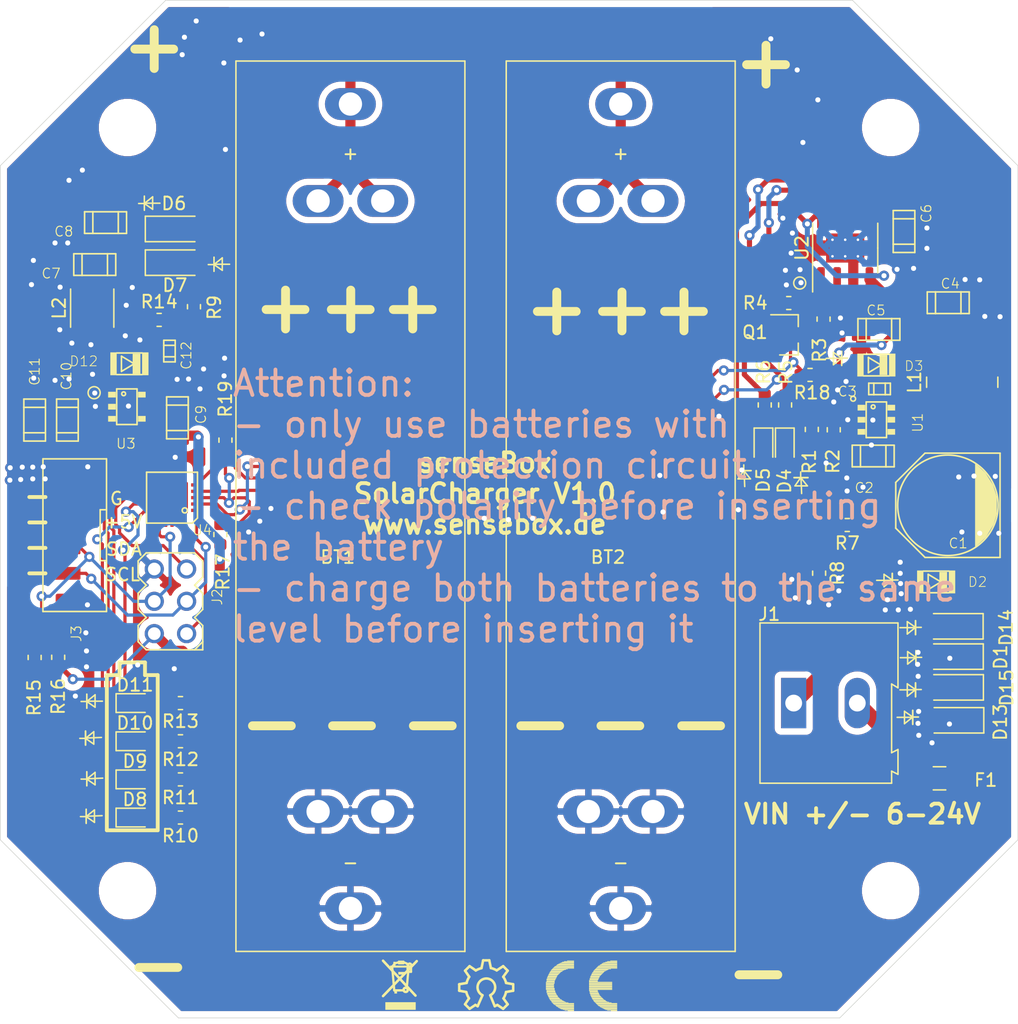
<source format=kicad_pcb>
(kicad_pcb (version 20171130) (host pcbnew "(5.1.5)-3")
  (layers (0 F.Cu signal hide) (31 B.Cu signal hide) (34 B.Paste user hide) (35 F.Paste user hide) (36 B.SilkS user hide) (37 F.SilkS user) (38 B.Mask user hide) (39 F.Mask user hide) (44 Edge.Cuts user))
  (net 0 "")
  (net 1 GND)
  (net 2 "Net-(C1-Pad1)")
  (net 3 "Net-(C3-Pad2)")
  (net 4 "Net-(C3-Pad1)")
  (net 5 "Net-(R1-Pad2)")
  (net 6 "Net-(R3-Pad2)")
  (net 7 "Net-(D4-Pad1)")
  (net 8 "Net-(D5-Pad1)")
  (net 9 /VBAT)
  (net 10 /VIN_5V)
  (net 11 "Net-(C7-Pad1)")
  (net 12 /VOUT)
  (net 13 "Net-(D8-Pad2)")
  (net 14 "Net-(D8-Pad1)")
  (net 15 "Net-(D9-Pad2)")
  (net 16 "Net-(D9-Pad1)")
  (net 17 "Net-(D10-Pad2)")
  (net 18 "Net-(D10-Pad1)")
  (net 19 "Net-(D11-Pad2)")
  (net 20 "Net-(D11-Pad1)")
  (net 21 /CHRG)
  (net 22 /VIN_SENSE)
  (net 23 "Net-(R9-Pad2)")
  (net 24 /MISO)
  (net 25 "Net-(U4-Pad19)")
  (net 26 "Net-(U4-Pad18)")
  (net 27 "Net-(U4-Pad17)")
  (net 28 /SDA)
  (net 29 /RST)
  (net 30 "Net-(U4-Pad10)")
  (net 31 "Net-(U4-Pad7)")
  (net 32 "Net-(U4-Pad6)")
  (net 33 /SCL)
  (net 34 "Net-(D12-Pad2)")
  (net 35 "Net-(C12-Pad2)")
  (net 36 "Net-(F1-Pad2)")
  (net 37 "Net-(Q1-Pad3)")
  (net 38 /FASTCHARGE)
  (net 39 "Net-(R6-Pad2)")
  (net 40 "Net-(D1-Pad1)")
  (net 41 "Net-(D13-Pad1)")
  (net 42 "Net-(R17-Pad2)")
  (module we-symbol:PASSER_04MM (layer F.Cu) (at 153.1 69.8)
    (fp_text reference "" (at 0 0) (layer F.SilkS) (effects (font (size 1.27 1.27))))
    (fp_text value "" (at 0 0) (layer F.SilkS) (effects (font (size 1.27 1.27))))
    (pad X smd roundrect (at 0 0) (size 0.4 0.4) (layers F.Cu F.Mask) (roundrect_rratio 0.5))
  )
  (module we-symbol:PASSER_04MM (layer F.Cu) (at 89.8 132.2)
    (fp_text reference "" (at 0 0) (layer F.SilkS) (effects (font (size 1.27 1.27))))
    (fp_text value "" (at 0 0) (layer F.SilkS) (effects (font (size 1.27 1.27))))
    (pad X smd roundrect (at 0 0) (size 0.4 0.4) (layers F.Cu F.Mask) (roundrect_rratio 0.5))
  )
  (module we-symbol:OSHW_4MM (layer F.Cu) (at 125.2 144.7)
    (fp_text reference "" (at 0 0) (layer F.SilkS) (effects (font (size 1.27 1.27))))
    (fp_text value "" (at 0 0) (layer F.SilkS) (effects (font (size 1.27 1.27))))
  )
  (module we-symbol:CE_4MM (layer F.Cu) (at 132.7 144.8)
    (fp_text reference "" (at 0 0) (layer F.SilkS) (effects (font (size 1.27 1.27))))
    (fp_text value "" (at 0 0) (layer F.SilkS) (effects (font (size 1.27 1.27))))
  )
  (module we-symbol:WEEE_4MM (layer F.Cu) (at 118.4 144.7)
    (fp_text reference "" (at 0 0) (layer F.SilkS) (effects (font (size 1.27 1.27))))
    (fp_text value "" (at 0 0) (layer F.SilkS) (effects (font (size 1.27 1.27))))
  )
  (module Resistor_SMD:R_0603_1608Metric (layer F.Cu) (at 104.7 101.9025 270)
    (fp_text reference R19 (at -3.2325 0.01 90) (layer F.SilkS))
    (fp_text value 1.2k)
    (pad 2 smd roundrect (at 0.7875 0 270) (size 0.875 0.95) (layers F.Cu F.Paste F.Mask) (net 42 "Net-(R17-Pad2)"))
    (pad 1 smd roundrect (at -0.7875 0 270) (size 0.875 0.95) (layers F.Cu F.Paste F.Mask) (net 21 /CHRG))
  )
  (module Resistor_SMD:R_0603_1608Metric (layer F.Cu) (at 104.3 109.3225 90)
    (fp_text reference R17 (at -2.9475 0.2 90) (layer F.SilkS))
    (fp_text value 470k)
    (pad 2 smd roundrect (at 0.7875 0 90) (size 0.875 0.95) (layers F.Cu F.Paste F.Mask) (net 42 "Net-(R17-Pad2)"))
    (pad 1 smd roundrect (at -0.7875 0 90) (size 0.875 0.95) (layers F.Cu F.Paste F.Mask) (net 12 /VOUT))
  )
  (module Diode_SMD:D_SOD-123 (layer F.Cu) (at 162.04 121.34 180)
    (fp_text reference D15 (at -4.08 -0.03 90) (layer F.SilkS))
    (fp_text value RB070MM-30TR)
    (pad 2 smd rect (at 1.65 0 180) (size 0.9 1.2) (layers F.Cu F.Paste F.Mask) (net 41 "Net-(D13-Pad1)"))
    (pad 1 smd rect (at -1.65 0 180) (size 0.9 1.2) (layers F.Cu F.Paste F.Mask) (net 2 "Net-(C1-Pad1)"))
  )
  (module Diode_SMD:D_SOD-123 (layer F.Cu) (at 162.02 116.54 180)
    (fp_text reference D14 (at -4.06 -0.1 90) (layer F.SilkS))
    (fp_text value RB070MM-30TR)
    (pad 2 smd rect (at 1.65 0 180) (size 0.9 1.2) (layers F.Cu F.Paste F.Mask) (net 40 "Net-(D1-Pad1)"))
    (pad 1 smd rect (at -1.65 0 180) (size 0.9 1.2) (layers F.Cu F.Paste F.Mask) (net 2 "Net-(C1-Pad1)"))
  )
  (module Diode_SMD:D_SOD-123 (layer F.Cu) (at 162.07 123.93 180)
    (fp_text reference D13 (at -3.55 -0.15 90) (layer F.SilkS))
    (fp_text value RB070MM-30TR)
    (pad 2 smd rect (at 1.65 0 180) (size 0.9 1.2) (layers F.Cu F.Paste F.Mask) (net 1 GND))
    (pad 1 smd rect (at -1.65 0 180) (size 0.9 1.2) (layers F.Cu F.Paste F.Mask) (net 41 "Net-(D13-Pad1)"))
  )
  (module Diode_SMD:D_SOD-123 (layer F.Cu) (at 162.03 118.92 180)
    (fp_text reference D1 (at -3.61 -0.04 90) (layer F.SilkS))
    (fp_text value RB070MM-30TR)
    (pad 2 smd rect (at 1.65 0 180) (size 0.9 1.2) (layers F.Cu F.Paste F.Mask) (net 1 GND))
    (pad 1 smd rect (at -1.65 0 180) (size 0.9 1.2) (layers F.Cu F.Paste F.Mask) (net 40 "Net-(D1-Pad1)"))
  )
  (module Resistor_SMD:R_0603_1608Metric (layer F.Cu) (at 150.6625 96.775)
    (fp_text reference R18 (at 0.1625 1.4) (layer F.SilkS))
    (fp_text value 10k)
    (pad 2 smd roundrect (at 0.7875 0) (size 0.875 0.95) (layers F.Cu F.Paste F.Mask) (net 1 GND))
    (pad 1 smd roundrect (at -0.7875 0) (size 0.875 0.95) (layers F.Cu F.Paste F.Mask) (net 38 /FASTCHARGE))
  )
  (module Resistor_SMD:R_0603_1608Metric (layer F.Cu) (at 148.9875 91.125)
    (fp_text reference R4 (at -2.6375 0) (layer F.SilkS))
    (fp_text value 10k)
    (pad 2 smd roundrect (at 0.7875 0) (size 0.875 0.95) (layers F.Cu F.Paste F.Mask) (net 6 "Net-(R3-Pad2)"))
    (pad 1 smd roundrect (at -0.7875 0) (size 0.875 0.95) (layers F.Cu F.Paste F.Mask) (net 1 GND))
  )
  (module Package_TO_SOT_SMD:SOT-23 (layer F.Cu) (at 148.975 93.625)
    (fp_text reference Q1 (at -2.65 -0.2) (layer F.SilkS))
    (fp_text value 2N7002E)
    (pad 3 smd rect (at 1 0) (size 0.9 0.8) (layers F.Cu F.Paste F.Mask) (net 37 "Net-(Q1-Pad3)"))
    (pad 2 smd rect (at -1 0.95) (size 0.9 0.8) (layers F.Cu F.Paste F.Mask) (net 1 GND))
    (pad 1 smd rect (at -1 -0.95) (size 0.9 0.8) (layers F.Cu F.Paste F.Mask) (net 38 /FASTCHARGE))
  )
  (module Fuse:Fuse_1206_3216Metric_Castellated (layer F.Cu) (at 160.84 128.49 180)
    (fp_text reference F1 (at -3.63 -0.14) (layer F.SilkS))
    (fp_text value 1A-JFC1206-1100FS)
    (pad 2 smd roundrect (at 1.425 0 180) (size 1.6 1.65) (layers F.Cu F.Paste F.Mask) (roundrect_rratio 0.15625) (net 36 "Net-(F1-Pad2)"))
    (pad 1 smd roundrect (at -1.425 0 180) (size 1.6 1.65) (layers F.Cu F.Paste F.Mask) (roundrect_rratio 0.15625) (net 41 "Net-(D13-Pad1)"))
  )
  (module Resistor_SMD:R_0603_1608Metric (layer F.Cu) (at 91.55 118.975 90)
    (fp_text reference R16 (at -3.075 0 90) (layer F.SilkS))
    (fp_text value 4.7k)
    (pad 2 smd roundrect (at 0.7875 0 90) (size 0.875 0.95) (layers F.Cu F.Paste F.Mask) (net 28 /SDA))
    (pad 1 smd roundrect (at -0.7875 0 90) (size 0.875 0.95) (layers F.Cu F.Paste F.Mask) (net 12 /VOUT))
  )
  (module Resistor_SMD:R_0603_1608Metric (layer F.Cu) (at 89.7 118.9875 90)
    (fp_text reference R15 (at -3.1625 -0.05 90) (layer F.SilkS))
    (fp_text value 4.7k)
    (pad 2 smd roundrect (at 0.7875 0 90) (size 0.875 0.95) (layers F.Cu F.Paste F.Mask) (net 33 /SCL))
    (pad 1 smd roundrect (at -0.7875 0 90) (size 0.875 0.95) (layers F.Cu F.Paste F.Mask) (net 12 /VOUT))
  )
  (module Inductor_SMD:L_Neosid_SMS-ME3010 (layer F.Cu) (at 94.225 91.525 90)
    (fp_text reference L2 (at 0 -2.6 90) (layer F.SilkS))
    (fp_text value 2.2uH-SWPA3015S2R2MT)
    (pad 2 smd rect (at 1.1 0 90) (size 1 2.7) (layers F.Cu F.Paste F.Mask) (net 11 "Net-(C7-Pad1)"))
    (pad 1 smd rect (at -1.1 0 90) (size 1 2.7) (layers F.Cu F.Paste F.Mask) (net 34 "Net-(D12-Pad2)"))
  )
  (module Inductor_SMD:L_Wuerth_WE-PD2-Typ-MS (layer F.Cu) (at 162.625 97.35 90)
    (fp_text reference L1 (at 0 -3.75 90) (layer F.SilkS))
    (fp_text value 22uH-SMNR5040-220MT)
    (pad 2 smd rect (at 1.93 0 90) (size 2.15 5.5) (layers F.Cu F.Paste F.Mask) (net 10 /VIN_5V))
    (pad 1 smd rect (at -1.93 0 90) (size 2.15 5.5) (layers F.Cu F.Paste F.Mask) (net 4 "Net-(C3-Pad1)"))
  )
  (module Resistor_SMD:R_0603_1608Metric (layer F.Cu) (at 99.4875 92.45)
    (fp_text reference R14 (at 0 -1.43) (layer F.SilkS))
    (fp_text value 5R)
    (pad 2 smd roundrect (at 0.7875 0) (size 0.875 0.95) (layers F.Cu F.Paste F.Mask) (net 35 "Net-(C12-Pad2)"))
    (pad 1 smd roundrect (at -0.7875 0) (size 0.875 0.95) (layers F.Cu F.Paste F.Mask) (net 34 "Net-(D12-Pad2)"))
  )
  (module we-rcl:C0603 (layer F.Cu) (at 100.3 94.9 180)
    (fp_text reference C12 (at -0.875 -1.525 90) (layer F.SilkS) (effects (font (size 0.77216 0.77216) (thickness 0.08128)) (justify left top)))
    (fp_text value 120pF)
    (pad 2 smd roundrect (at 0 0.8 180) (size 1 0.95) (layers F.Cu F.Paste F.Mask) (roundrect_rratio 0.1) (net 35 "Net-(C12-Pad2)"))
    (pad 1 smd roundrect (at 0 -0.8 180) (size 1 0.95) (layers F.Cu F.Paste F.Mask) (roundrect_rratio 0.1) (net 12 /VOUT))
  )
  (module we-rcl:SOD123 (layer F.Cu) (at 97.15 95.9 270)
    (fp_text reference D12 (at -0.65 2.425) (layer F.SilkS) (effects (font (size 0.77216 0.77216) (thickness 0.065024)) (justify right top)))
    (fp_text value RB070MM-30TR)
    (pad 2 smd roundrect (at 0 1.6 270) (size 1.2 1) (layers F.Cu F.Paste F.Mask) (roundrect_rratio 0.1) (net 34 "Net-(D12-Pad2)"))
    (pad 1 smd roundrect (at 0 -1.6 270) (size 1.2 1) (layers F.Cu F.Paste F.Mask) (roundrect_rratio 0.1) (net 12 /VOUT))
  )
  (module we-rcl:C1206 (layer F.Cu) (at 89.7 100.325 180)
    (fp_text reference C11 (at 0.45 2.645 90) (layer F.SilkS) (effects (font (size 0.77216 0.77216) (thickness 0.08128)) (justify left top)))
    (fp_text value 10u)
    (pad 2 smd roundrect (at 0 1.4 180) (size 1.8 1.45) (layers F.Cu F.Paste F.Mask) (roundrect_rratio 0.1) (net 1 GND))
    (pad 1 smd roundrect (at 0 -1.4 180) (size 1.8 1.45) (layers F.Cu F.Paste F.Mask) (roundrect_rratio 0.1) (net 12 /VOUT))
  )
  (module we-rcl:C_6.3MM (layer F.Cu) (at 161.5 107.025 90)
    (fp_text reference C1 (at -2.54 0) (layer F.SilkS) (effects (font (size 0.77216 0.77216) (thickness 0.08128)) (justify left top)))
    (fp_text value 47u)
    (pad 1 smd roundrect (at 0 -2.8 180) (size 3.8 1.4) (layers F.Cu F.Paste F.Mask) (roundrect_rratio 0.1) (net 2 "Net-(C1-Pad1)"))
    (pad 2 smd roundrect (at 0 2.8 180) (size 3.8 1.4) (layers F.Cu F.Paste F.Mask) (roundrect_rratio 0.1) (net 1 GND))
  )
  (module Battery:Keystone-54x2-18650 (layer F.Cu) (at 135.775 107.1 270)
    (fp_text reference BT2 (at 4 1) (layer F.SilkS))
    (fp_text value Battery_Cell)
    (fp_text user - (at 28 0) (layer F.SilkS))
    (fp_text user + (at -27.75 0) (layer F.SilkS))
    (pad 1 thru_hole oval (at -31.62 0 180) (size 4 2.5) (drill 1.83) (layers *.Cu *.Mask) (net 9 /VBAT))
    (pad 1 thru_hole oval (at -24 2.54 180) (size 4 2.5) (drill 1.83) (layers *.Cu *.Mask) (net 9 /VBAT))
    (pad 1 thru_hole oval (at -24 -2.54 180) (size 4 2.5) (drill 1.83) (layers *.Cu *.Mask) (net 9 /VBAT))
    (pad 2 thru_hole oval (at 31.62 0) (size 4 2.5) (drill 1.83) (layers *.Cu *.Mask) (net 1 GND))
    (pad 2 thru_hole oval (at 24 -2.54) (size 4 2.5) (drill 1.83) (layers *.Cu *.Mask) (net 1 GND))
    (pad 2 thru_hole oval (at 24 2.54) (size 4 2.5) (drill 1.83) (layers *.Cu *.Mask) (net 1 GND))
  )
  (module Battery:Keystone-54x2-18650 (layer F.Cu) (at 114.525 107.1 270)
    (fp_text reference BT1 (at 4 1) (layer F.SilkS))
    (fp_text value Battery_Cell)
    (fp_text user - (at 28 0) (layer F.SilkS))
    (fp_text user + (at -27.75 0) (layer F.SilkS))
    (pad 1 thru_hole oval (at -31.62 0 180) (size 4 2.5) (drill 1.83) (layers *.Cu *.Mask) (net 9 /VBAT))
    (pad 1 thru_hole oval (at -24 2.54 180) (size 4 2.5) (drill 1.83) (layers *.Cu *.Mask) (net 9 /VBAT))
    (pad 1 thru_hole oval (at -24 -2.54 180) (size 4 2.5) (drill 1.83) (layers *.Cu *.Mask) (net 9 /VBAT))
    (pad 2 thru_hole oval (at 31.62 0) (size 4 2.5) (drill 1.83) (layers *.Cu *.Mask) (net 1 GND))
    (pad 2 thru_hole oval (at 24 -2.54) (size 4 2.5) (drill 1.83) (layers *.Cu *.Mask) (net 1 GND))
    (pad 2 thru_hole oval (at 24 2.54) (size 4 2.5) (drill 1.83) (layers *.Cu *.Mask) (net 1 GND))
  )
  (module we-con:JST_B4B-PH-SM4-TB (layer F.Cu) (at 93.45 109.375)
    (fp_text reference J3 (at -0.925 7.025 90) (layer F.SilkS) (effects (font (size 0.77216 0.77216) (thickness 0.08128)) (justify right top)))
    (fp_text value Conn_01x04 hide)
    (pad 4 smd roundrect (at -2.9 3 270) (size 1 5.5) (layers F.Cu F.Paste F.Mask) (roundrect_rratio 0.1) (net 33 /SCL))
    (pad 1 smd roundrect (at -0.6 5.4) (size 3 1.6) (layers F.Cu F.Paste F.Mask) (roundrect_rratio 0.1) (net 1 GND))
    (pad 1 smd roundrect (at -0.6 -5.4) (size 3 1.6) (layers F.Cu F.Paste F.Mask) (roundrect_rratio 0.1) (net 1 GND))
    (pad 3 smd roundrect (at -2.9 1 270) (size 1 5.5) (layers F.Cu F.Paste F.Mask) (roundrect_rratio 0.1) (net 28 /SDA))
    (pad 2 smd roundrect (at -2.9 -1 270) (size 1 5.5) (layers F.Cu F.Paste F.Mask) (roundrect_rratio 0.1) (net 12 /VOUT))
    (pad 1 smd roundrect (at -2.9 -3 270) (size 1 5.5) (layers F.Cu F.Paste F.Mask) (roundrect_rratio 0.1) (net 1 GND))
  )
  (module we-chip:QFN20-PAD (layer F.Cu) (at 100.5 106.425 180)
    (fp_text reference U4 (at -2.375 -2.55) (layer F.SilkS) (effects (font (size 0.77216 0.77216) (thickness 0.08128))))
    (fp_text value ATtiny841-MU)
    (pad 21 smd roundrect (at 0 0 180) (size 2.5 2.5) (layers F.Cu F.Mask) (roundrect_rratio 0.05) (net 1 GND))
    (pad 20 smd roundrect (at -1 -1.9 90) (size 0.8 0.26) (layers F.Cu F.Paste F.Mask) (roundrect_rratio 0.1) (net 24 /MISO))
    (pad 19 smd roundrect (at -0.5 -1.9 90) (size 0.8 0.26) (layers F.Cu F.Paste F.Mask) (roundrect_rratio 0.1) (net 25 "Net-(U4-Pad19)"))
    (pad 18 smd roundrect (at 0 -1.9 90) (size 0.8 0.26) (layers F.Cu F.Paste F.Mask) (roundrect_rratio 0.1) (net 26 "Net-(U4-Pad18)"))
    (pad 17 smd roundrect (at 0.5 -1.9 90) (size 0.8 0.26) (layers F.Cu F.Paste F.Mask) (roundrect_rratio 0.1) (net 27 "Net-(U4-Pad17)"))
    (pad 16 smd roundrect (at 1 -1.9 90) (size 0.8 0.26) (layers F.Cu F.Paste F.Mask) (roundrect_rratio 0.1) (net 28 /SDA))
    (pad 15 smd roundrect (at 1.9 -1) (size 0.8 0.26) (layers F.Cu F.Paste F.Mask) (roundrect_rratio 0.1) (net 14 "Net-(D8-Pad1)"))
    (pad 14 smd roundrect (at 1.9 -0.5) (size 0.8 0.26) (layers F.Cu F.Paste F.Mask) (roundrect_rratio 0.1) (net 20 "Net-(D11-Pad1)"))
    (pad 13 smd roundrect (at 1.9 0) (size 0.8 0.26) (layers F.Cu F.Paste F.Mask) (roundrect_rratio 0.1) (net 29 /RST))
    (pad 12 smd roundrect (at 1.9 0.5) (size 0.8 0.26) (layers F.Cu F.Paste F.Mask) (roundrect_rratio 0.1) (net 18 "Net-(D10-Pad1)"))
    (pad 11 smd roundrect (at 1.9 1) (size 0.8 0.26) (layers F.Cu F.Paste F.Mask) (roundrect_rratio 0.1) (net 16 "Net-(D9-Pad1)"))
    (pad 10 smd roundrect (at 1 1.9 270) (size 0.8 0.26) (layers F.Cu F.Paste F.Mask) (roundrect_rratio 0.1) (net 30 "Net-(U4-Pad10)"))
    (pad 9 smd roundrect (at 0.5 1.9 270) (size 0.8 0.26) (layers F.Cu F.Paste F.Mask) (roundrect_rratio 0.1) (net 12 /VOUT))
    (pad 8 smd roundrect (at 0 1.9 270) (size 0.8 0.26) (layers F.Cu F.Paste F.Mask) (roundrect_rratio 0.1) (net 1 GND))
    (pad 7 smd roundrect (at -0.5 1.9 270) (size 0.8 0.26) (layers F.Cu F.Paste F.Mask) (roundrect_rratio 0.1) (net 31 "Net-(U4-Pad7)"))
    (pad 6 smd roundrect (at -1 1.9 270) (size 0.8 0.26) (layers F.Cu F.Paste F.Mask) (roundrect_rratio 0.1) (net 32 "Net-(U4-Pad6)"))
    (pad 5 smd roundrect (at -1.9 1 180) (size 0.8 0.26) (layers F.Cu F.Paste F.Mask) (roundrect_rratio 0.1) (net 23 "Net-(R9-Pad2)"))
    (pad 4 smd roundrect (at -1.9 0.5 180) (size 0.8 0.26) (layers F.Cu F.Paste F.Mask) (roundrect_rratio 0.1) (net 22 /VIN_SENSE))
    (pad 3 smd roundrect (at -1.9 0 180) (size 0.8 0.26) (layers F.Cu F.Paste F.Mask) (roundrect_rratio 0.1) (net 42 "Net-(R17-Pad2)"))
    (pad 2 smd roundrect (at -1.9 -0.5 180) (size 0.8 0.26) (layers F.Cu F.Paste F.Mask) (roundrect_rratio 0.1) (net 38 /FASTCHARGE))
    (pad 1 smd roundrect (at -1.9 -1 180) (size 0.8 0.26) (layers F.Cu F.Paste F.Mask) (roundrect_rratio 0.1) (net 33 /SCL))
  )
  (module we-con:MA03-2 (layer F.Cu) (at 100.375 114.575 180)
    (fp_text reference J2 (at -3.225 -0.375 90) (layer F.SilkS) (effects (font (size 0.77216 0.77216) (thickness 0.08128)) (justify left top)))
    (fp_text value AVR-ISP-6 hide)
    (pad 6 thru_hole circle (at 1.27 2.54 90) (size 1.508 1.508) (drill 1) (layers *.Cu *.Mask) (net 1 GND))
    (pad 4 thru_hole circle (at 1.27 0 90) (size 1.508 1.508) (drill 1) (layers *.Cu *.Mask) (net 28 /SDA))
    (pad 2 thru_hole circle (at 1.27 -2.54 90) (size 1.508 1.508) (drill 1) (layers *.Cu *.Mask) (net 12 /VOUT))
    (pad 5 thru_hole circle (at -1.27 2.54 90) (size 1.508 1.508) (drill 1) (layers *.Cu *.Mask) (net 29 /RST))
    (pad 3 thru_hole circle (at -1.27 0 90) (size 1.508 1.508) (drill 1) (layers *.Cu *.Mask) (net 33 /SCL))
    (pad 1 thru_hole circle (at -1.27 -2.54 90) (size 1.508 1.508) (drill 1) (layers *.Cu *.Mask) (net 24 /MISO))
  )
  (module Resistor_SMD:R_0603_1608Metric (layer F.Cu) (at 101.1625 122.575 180)
    (fp_text reference R13 (at 0 -1.43) (layer F.SilkS))
    (fp_text value 4.7k)
    (pad 2 smd roundrect (at 0.7875 0 180) (size 0.875 0.95) (layers F.Cu F.Paste F.Mask) (net 19 "Net-(D11-Pad2)"))
    (pad 1 smd roundrect (at -0.7875 0 180) (size 0.875 0.95) (layers F.Cu F.Paste F.Mask) (net 12 /VOUT))
  )
  (module Resistor_SMD:R_0603_1608Metric (layer F.Cu) (at 101.1625 125.575 180)
    (fp_text reference R12 (at 0 -1.43) (layer F.SilkS))
    (fp_text value 4.7k)
    (pad 2 smd roundrect (at 0.7875 0 180) (size 0.875 0.95) (layers F.Cu F.Paste F.Mask) (net 17 "Net-(D10-Pad2)"))
    (pad 1 smd roundrect (at -0.7875 0 180) (size 0.875 0.95) (layers F.Cu F.Paste F.Mask) (net 12 /VOUT))
  )
  (module Resistor_SMD:R_0603_1608Metric (layer F.Cu) (at 101.1625 128.575 180)
    (fp_text reference R11 (at 0 -1.43) (layer F.SilkS))
    (fp_text value 4.7k)
    (pad 2 smd roundrect (at 0.7875 0 180) (size 0.875 0.95) (layers F.Cu F.Paste F.Mask) (net 15 "Net-(D9-Pad2)"))
    (pad 1 smd roundrect (at -0.7875 0 180) (size 0.875 0.95) (layers F.Cu F.Paste F.Mask) (net 12 /VOUT))
  )
  (module Resistor_SMD:R_0603_1608Metric (layer F.Cu) (at 101.1625 131.575 180)
    (fp_text reference R10 (at 0 -1.43) (layer F.SilkS))
    (fp_text value 4.7k)
    (pad 2 smd roundrect (at 0.7875 0 180) (size 0.875 0.95) (layers F.Cu F.Paste F.Mask) (net 13 "Net-(D8-Pad2)"))
    (pad 1 smd roundrect (at -0.7875 0 180) (size 0.875 0.95) (layers F.Cu F.Paste F.Mask) (net 12 /VOUT))
  )
  (module Resistor_SMD:R_0603_1608Metric (layer F.Cu) (at 102.225 91.4125 270)
    (fp_text reference R9 (at 0.0625 -1.6 90) (layer F.SilkS))
    (fp_text value 10k)
    (pad 2 smd roundrect (at 0.7875 0 270) (size 0.875 0.95) (layers F.Cu F.Paste F.Mask) (net 23 "Net-(R9-Pad2)"))
    (pad 1 smd roundrect (at -0.7875 0 270) (size 0.875 0.95) (layers F.Cu F.Paste F.Mask) (net 9 /VBAT))
  )
  (module Resistor_SMD:R_0603_1608Metric (layer F.Cu) (at 151.375 112.3625 270)
    (fp_text reference R8 (at 0 -1.43 90) (layer F.SilkS))
    (fp_text value 1.2k)
    (pad 2 smd roundrect (at 0.7875 0 270) (size 0.875 0.95) (layers F.Cu F.Paste F.Mask) (net 1 GND))
    (pad 1 smd roundrect (at -0.7875 0 270) (size 0.875 0.95) (layers F.Cu F.Paste F.Mask) (net 22 /VIN_SENSE))
  )
  (module Resistor_SMD:R_0603_1608Metric (layer F.Cu) (at 153.5875 108.575 180)
    (fp_text reference R7 (at 0 -1.43) (layer F.SilkS))
    (fp_text value 10k)
    (pad 2 smd roundrect (at 0.7875 0 180) (size 0.875 0.95) (layers F.Cu F.Paste F.Mask) (net 22 /VIN_SENSE))
    (pad 1 smd roundrect (at -0.7875 0 180) (size 0.875 0.95) (layers F.Cu F.Paste F.Mask) (net 2 "Net-(C1-Pad1)"))
  )
  (module LED_SMD:LED_0603_1608Metric (layer F.Cu) (at 97.5875 122.575)
    (fp_text reference D11 (at 0 -1.43) (layer F.SilkS))
    (fp_text value LED)
    (pad 2 smd roundrect (at 0.7875 0) (size 0.875 0.95) (layers F.Cu F.Paste F.Mask) (net 19 "Net-(D11-Pad2)"))
    (pad 1 smd roundrect (at -0.7875 0) (size 0.875 0.95) (layers F.Cu F.Paste F.Mask) (net 20 "Net-(D11-Pad1)"))
  )
  (module LED_SMD:LED_0603_1608Metric (layer F.Cu) (at 97.5875 125.575)
    (fp_text reference D10 (at 0 -1.43) (layer F.SilkS))
    (fp_text value LED)
    (pad 2 smd roundrect (at 0.7875 0) (size 0.875 0.95) (layers F.Cu F.Paste F.Mask) (net 17 "Net-(D10-Pad2)"))
    (pad 1 smd roundrect (at -0.7875 0) (size 0.875 0.95) (layers F.Cu F.Paste F.Mask) (net 18 "Net-(D10-Pad1)"))
  )
  (module LED_SMD:LED_0603_1608Metric (layer F.Cu) (at 97.5875 128.575)
    (fp_text reference D9 (at 0 -1.43) (layer F.SilkS))
    (fp_text value LED)
    (pad 2 smd roundrect (at 0.7875 0) (size 0.875 0.95) (layers F.Cu F.Paste F.Mask) (net 15 "Net-(D9-Pad2)"))
    (pad 1 smd roundrect (at -0.7875 0) (size 0.875 0.95) (layers F.Cu F.Paste F.Mask) (net 16 "Net-(D9-Pad1)"))
  )
  (module LED_SMD:LED_0603_1608Metric (layer F.Cu) (at 97.5875 131.575)
    (fp_text reference D8 (at 0 -1.43) (layer F.SilkS))
    (fp_text value LED)
    (pad 2 smd roundrect (at 0.7875 0) (size 0.875 0.95) (layers F.Cu F.Paste F.Mask) (net 13 "Net-(D8-Pad2)"))
    (pad 1 smd roundrect (at -0.7875 0) (size 0.875 0.95) (layers F.Cu F.Paste F.Mask) (net 14 "Net-(D8-Pad1)"))
  )
  (module we-rcl:C1206 (layer F.Cu) (at 92.275 100.325 180)
    (fp_text reference C10 (at 0.535 2.285 90) (layer F.SilkS) (effects (font (size 0.77216 0.77216) (thickness 0.08128)) (justify left top)))
    (fp_text value 10u)
    (pad 2 smd roundrect (at 0 1.4 180) (size 1.8 1.45) (layers F.Cu F.Paste F.Mask) (roundrect_rratio 0.1) (net 1 GND))
    (pad 1 smd roundrect (at 0 -1.4 180) (size 1.8 1.45) (layers F.Cu F.Paste F.Mask) (roundrect_rratio 0.1) (net 12 /VOUT))
  )
  (module we-rcl:C1206 (layer F.Cu) (at 100.925 100.15 180)
    (fp_text reference C9 (at -1.4 -0.55 90) (layer F.SilkS) (effects (font (size 0.77216 0.77216) (thickness 0.08128)) (justify left top)))
    (fp_text value 10u)
    (pad 2 smd roundrect (at 0 1.4 180) (size 1.8 1.45) (layers F.Cu F.Paste F.Mask) (roundrect_rratio 0.1) (net 1 GND))
    (pad 1 smd roundrect (at 0 -1.4 180) (size 1.8 1.45) (layers F.Cu F.Paste F.Mask) (roundrect_rratio 0.1) (net 12 /VOUT))
  )
  (module we-chip:SOT23-5 (layer F.Cu) (at 96.95 99.275)
    (fp_text reference U3 (at 0.75 2.45 180) (layer F.SilkS) (effects (font (size 0.77216 0.77216) (thickness 0.08128)) (justify right top)))
    (fp_text value TPS613222ADBVR)
    (pad 5 smd roundrect (at 1.2 -0.95) (size 1.2 0.6) (layers F.Cu F.Paste F.Mask) (roundrect_rratio 0.05))
    (pad 4 smd roundrect (at 1.2 0.95) (size 1.2 0.6) (layers F.Cu F.Paste F.Mask) (roundrect_rratio 0.05) (net 12 /VOUT))
    (pad 2 smd roundrect (at -1.2 0) (size 1.2 0.6) (layers F.Cu F.Paste F.Mask) (roundrect_rratio 0.05) (net 1 GND))
    (pad 1 smd roundrect (at -1.2 -0.95) (size 1.2 0.6) (layers F.Cu F.Paste F.Mask) (roundrect_rratio 0.05) (net 34 "Net-(D12-Pad2)"))
    (pad 3 smd roundrect (at -1.2 0.95) (size 1.2 0.6) (layers F.Cu F.Paste F.Mask) (roundrect_rratio 0.05))
  )
  (module Diode_SMD:D_SOD-123 (layer F.Cu) (at 100.65 87.95)
    (fp_text reference D7 (at 0.075 1.775) (layer F.SilkS))
    (fp_text value RB070MM-30TR)
    (pad 2 smd rect (at 1.65 0) (size 0.9 1.2) (layers F.Cu F.Paste F.Mask) (net 9 /VBAT))
    (pad 1 smd rect (at -1.65 0) (size 0.9 1.2) (layers F.Cu F.Paste F.Mask) (net 11 "Net-(C7-Pad1)"))
  )
  (module Diode_SMD:D_SOD-123 (layer F.Cu) (at 100.65 85.3)
    (fp_text reference D6 (at 0 -2) (layer F.SilkS))
    (fp_text value RB070MM-30TR)
    (pad 2 smd rect (at 1.65 0) (size 0.9 1.2) (layers F.Cu F.Paste F.Mask) (net 10 /VIN_5V))
    (pad 1 smd rect (at -1.65 0) (size 0.9 1.2) (layers F.Cu F.Paste F.Mask) (net 11 "Net-(C7-Pad1)"))
  )
  (module we-rcl:C1206 (layer F.Cu) (at 95.275 84.8 270)
    (fp_text reference C8 (at 0.25 2.475) (layer F.SilkS) (effects (font (size 0.77216 0.77216) (thickness 0.08128)) (justify right top)))
    (fp_text value 10u)
    (pad 2 smd roundrect (at 0 1.4 270) (size 1.8 1.45) (layers F.Cu F.Paste F.Mask) (roundrect_rratio 0.1) (net 1 GND))
    (pad 1 smd roundrect (at 0 -1.4 270) (size 1.8 1.45) (layers F.Cu F.Paste F.Mask) (roundrect_rratio 0.1) (net 11 "Net-(C7-Pad1)"))
  )
  (module we-rcl:C1206 (layer F.Cu) (at 94.425 88.1 270)
    (fp_text reference C7 (at 0.25 2.625) (layer F.SilkS) (effects (font (size 0.77216 0.77216) (thickness 0.08128)) (justify right top)))
    (fp_text value 10u)
    (pad 2 smd roundrect (at 0 1.4 270) (size 1.8 1.45) (layers F.Cu F.Paste F.Mask) (roundrect_rratio 0.1) (net 1 GND))
    (pad 1 smd roundrect (at 0 -1.4 270) (size 1.8 1.45) (layers F.Cu F.Paste F.Mask) (roundrect_rratio 0.1) (net 11 "Net-(C7-Pad1)"))
  )
  (module LED_SMD:LED_0603_1608Metric (layer F.Cu) (at 147 102.4375 270)
    (fp_text reference D5 (at 2.6125 0.025 90) (layer F.SilkS))
    (fp_text value LED)
    (pad 2 smd roundrect (at 0.7875 0 270) (size 0.875 0.95) (layers F.Cu F.Paste F.Mask) (net 10 /VIN_5V))
    (pad 1 smd roundrect (at -0.7875 0 270) (size 0.875 0.95) (layers F.Cu F.Paste F.Mask) (net 8 "Net-(D5-Pad1)"))
  )
  (module LED_SMD:LED_0603_1608Metric (layer F.Cu) (at 148.675 102.4375 270)
    (fp_text reference D4 (at 2.6875 0.025 90) (layer F.SilkS))
    (fp_text value RED)
    (pad 2 smd roundrect (at 0.7875 0 270) (size 0.875 0.95) (layers F.Cu F.Paste F.Mask) (net 10 /VIN_5V))
    (pad 1 smd roundrect (at -0.7875 0 270) (size 0.875 0.95) (layers F.Cu F.Paste F.Mask) (net 7 "Net-(D4-Pad1)"))
  )
  (module Package_SO:SOIC-8-1EP_3.9x4.9mm_P1.27mm_EP2.29x3mm_ThermalVias (layer F.Cu) (at 153.425 86.8 90)
    (fp_text reference U2 (at 0 -3.4 90) (layer F.SilkS))
    (fp_text value tp4056_TP4056)
    (pad 9 smd rect (at 0 0 90) (size 1.8 2.5) (layers B.Cu) (net 1 GND))
    (pad 9 thru_hole circle (at 0.65 1 90) (size 0.5 0.5) (drill 0.2) (layers *.Cu) (net 1 GND))
    (pad 9 thru_hole circle (at -0.65 1 90) (size 0.5 0.5) (drill 0.2) (layers *.Cu) (net 1 GND))
    (pad 9 thru_hole circle (at 0.65 0 90) (size 0.5 0.5) (drill 0.2) (layers *.Cu) (net 1 GND))
    (pad 9 thru_hole circle (at -0.65 0 90) (size 0.5 0.5) (drill 0.2) (layers *.Cu) (net 1 GND))
    (pad 9 thru_hole circle (at 0.65 -1 90) (size 0.5 0.5) (drill 0.2) (layers *.Cu) (net 1 GND))
    (pad 9 thru_hole circle (at -0.65 -1 90) (size 0.5 0.5) (drill 0.2) (layers *.Cu) (net 1 GND))
    (pad 9 smd rect (at 0 0 90) (size 2.29 3) (layers F.Cu F.Mask) (net 1 GND))
    (pad 8 smd roundrect (at 2.475 -1.905 90) (size 1.95 0.6) (layers F.Cu F.Paste F.Mask) (net 10 /VIN_5V))
    (pad 7 smd roundrect (at 2.475 -0.635 90) (size 1.95 0.6) (layers F.Cu F.Paste F.Mask) (net 21 /CHRG))
    (pad 6 smd roundrect (at 2.475 0.635 90) (size 1.95 0.6) (layers F.Cu F.Paste F.Mask) (net 39 "Net-(R6-Pad2)"))
    (pad 5 smd roundrect (at 2.475 1.905 90) (size 1.95 0.6) (layers F.Cu F.Paste F.Mask) (net 9 /VBAT))
    (pad 4 smd roundrect (at -2.475 1.905 90) (size 1.95 0.6) (layers F.Cu F.Paste F.Mask) (net 10 /VIN_5V))
    (pad 3 smd roundrect (at -2.475 0.635 90) (size 1.95 0.6) (layers F.Cu F.Paste F.Mask) (net 1 GND))
    (pad 2 smd roundrect (at -2.475 -0.635 90) (size 1.95 0.6) (layers F.Cu F.Paste F.Mask) (net 6 "Net-(R3-Pad2)"))
    (pad 1 smd roundrect (at -2.475 -1.905 90) (size 1.95 0.6) (layers F.Cu F.Paste F.Mask) (net 1 GND))
  )
  (module Resistor_SMD:R_0603_1608Metric (layer F.Cu) (at 147.1 99.1375 90)
    (fp_text reference R6 (at 2.5875 -0.1 90) (layer F.SilkS))
    (fp_text value 4.7k)
    (pad 2 smd roundrect (at 0.7875 0 90) (size 0.875 0.95) (layers F.Cu F.Paste F.Mask) (net 39 "Net-(R6-Pad2)"))
    (pad 1 smd roundrect (at -0.7875 0 90) (size 0.875 0.95) (layers F.Cu F.Paste F.Mask) (net 8 "Net-(D5-Pad1)"))
  )
  (module Resistor_SMD:R_0603_1608Metric (layer F.Cu) (at 148.7 99.1375 90)
    (fp_text reference R5 (at 2.5625 0.05 90) (layer F.SilkS))
    (fp_text value 4.7k)
    (pad 2 smd roundrect (at 0.7875 0 90) (size 0.875 0.95) (layers F.Cu F.Paste F.Mask) (net 21 /CHRG))
    (pad 1 smd roundrect (at -0.7875 0 90) (size 0.875 0.95) (layers F.Cu F.Paste F.Mask) (net 7 "Net-(D4-Pad1)"))
  )
  (module Resistor_SMD:R_0603_1608Metric (layer F.Cu) (at 151.725 92.3875 90)
    (fp_text reference R3 (at -2.4375 -0.325 90) (layer F.SilkS))
    (fp_text value 2.2k)
    (pad 2 smd roundrect (at 0.7875 0 90) (size 0.875 0.95) (layers F.Cu F.Paste F.Mask) (net 6 "Net-(R3-Pad2)"))
    (pad 1 smd roundrect (at -0.7875 0 90) (size 0.875 0.95) (layers F.Cu F.Paste F.Mask) (net 37 "Net-(Q1-Pad3)"))
  )
  (module we-rcl:C1206 (layer F.Cu) (at 158.05 85.5)
    (fp_text reference C6 (at 1.3 -2.225 90) (layer F.SilkS) (effects (font (size 0.77216 0.77216) (thickness 0.08128)) (justify right top)))
    (fp_text value 10u)
    (pad 2 smd roundrect (at 0 1.4) (size 1.8 1.45) (layers F.Cu F.Paste F.Mask) (roundrect_rratio 0.1) (net 1 GND))
    (pad 1 smd roundrect (at 0 -1.4) (size 1.8 1.45) (layers F.Cu F.Paste F.Mask) (roundrect_rratio 0.1) (net 9 /VBAT))
  )
  (module we-chip:SOT23-6 (layer F.Cu) (at 155.875 100.3)
    (fp_text reference U1 (at 2.8 -0.6 270) (layer F.SilkS) (effects (font (size 0.77216 0.77216) (thickness 0.08128)) (justify right top)))
    (fp_text value AOZ1282CI)
    (pad 5 smd roundrect (at 1.2 0) (size 1.2 0.6) (layers F.Cu F.Paste F.Mask) (roundrect_rratio 0.05) (net 2 "Net-(C1-Pad1)"))
    (pad 4 smd roundrect (at 1.2 0.95) (size 1.2 0.6) (layers F.Cu F.Paste F.Mask) (roundrect_rratio 0.05) (net 2 "Net-(C1-Pad1)"))
    (pad 2 smd roundrect (at -1.2 0) (size 1.2 0.6) (layers F.Cu F.Paste F.Mask) (roundrect_rratio 0.05) (net 1 GND))
    (pad 1 smd roundrect (at -1.2 -0.95) (size 1.2 0.6) (layers F.Cu F.Paste F.Mask) (roundrect_rratio 0.05) (net 3 "Net-(C3-Pad2)"))
    (pad 3 smd roundrect (at -1.2 0.95) (size 1.2 0.6) (layers F.Cu F.Paste F.Mask) (roundrect_rratio 0.05) (net 5 "Net-(R1-Pad2)"))
    (pad 6 smd roundrect (at 1.2 -0.95) (size 1.2 0.6) (layers F.Cu F.Paste F.Mask) (roundrect_rratio 0.05) (net 4 "Net-(C3-Pad1)"))
  )
  (module we-rcl:SOD123 (layer F.Cu) (at 155.875 96 270)
    (fp_text reference D3 (at -0.375 -3.75) (layer F.SilkS) (effects (font (size 0.77216 0.77216) (thickness 0.065024)) (justify right top)))
    (fp_text value RB070MM-30TR)
    (pad 2 smd roundrect (at 0 1.6 270) (size 1.2 1) (layers F.Cu F.Paste F.Mask) (roundrect_rratio 0.1) (net 1 GND))
    (pad 1 smd roundrect (at 0 -1.6 270) (size 1.2 1) (layers F.Cu F.Paste F.Mask) (roundrect_rratio 0.1) (net 4 "Net-(C3-Pad1)"))
  )
  (module we-rcl:SOD123 (layer F.Cu) (at 160.575 113.05 270)
    (fp_text reference D2 (at -0.45 -4.05) (layer F.SilkS) (effects (font (size 0.77216 0.77216) (thickness 0.065024)) (justify right top)))
    (fp_text value SMF30A)
    (pad 2 smd roundrect (at 0 1.6 270) (size 1.2 1) (layers F.Cu F.Paste F.Mask) (roundrect_rratio 0.1) (net 1 GND))
    (pad 1 smd roundrect (at 0 -1.6 270) (size 1.2 1) (layers F.Cu F.Paste F.Mask) (roundrect_rratio 0.1) (net 2 "Net-(C1-Pad1)"))
  )
  (module we-rcl:C1206 (layer F.Cu) (at 156.075 93.2 270)
    (fp_text reference C5 (at -1.95 -0.575) (layer F.SilkS) (effects (font (size 0.77216 0.77216) (thickness 0.08128)) (justify right top)))
    (fp_text value 10u)
    (pad 2 smd roundrect (at 0 1.4 270) (size 1.8 1.45) (layers F.Cu F.Paste F.Mask) (roundrect_rratio 0.1) (net 1 GND))
    (pad 1 smd roundrect (at 0 -1.4 270) (size 1.8 1.45) (layers F.Cu F.Paste F.Mask) (roundrect_rratio 0.1) (net 10 /VIN_5V))
  )
  (module we-rcl:C1206 (layer F.Cu) (at 161.525 91.1 90)
    (fp_text reference C4 (at 1.95 -0.65) (layer F.SilkS) (effects (font (size 0.77216 0.77216) (thickness 0.08128)) (justify left top)))
    (fp_text value 10u)
    (pad 2 smd roundrect (at 0 1.4 90) (size 1.8 1.45) (layers F.Cu F.Paste F.Mask) (roundrect_rratio 0.1) (net 1 GND))
    (pad 1 smd roundrect (at 0 -1.4 90) (size 1.8 1.45) (layers F.Cu F.Paste F.Mask) (roundrect_rratio 0.1) (net 10 /VIN_5V))
  )
  (module we-rcl:C0603 (layer F.Cu) (at 156.125 97.875 270)
    (fp_text reference C3 (at -0.25 1.725) (layer F.SilkS) (effects (font (size 0.77216 0.77216) (thickness 0.08128)) (justify right top)))
    (fp_text value 100n)
    (pad 2 smd roundrect (at 0 0.8 270) (size 1 0.95) (layers F.Cu F.Paste F.Mask) (roundrect_rratio 0.1) (net 3 "Net-(C3-Pad2)"))
    (pad 1 smd roundrect (at 0 -0.8 270) (size 1 0.95) (layers F.Cu F.Paste F.Mask) (roundrect_rratio 0.1) (net 4 "Net-(C3-Pad1)"))
  )
  (module we-rcl:C1206 (layer F.Cu) (at 155.625 103.15 270)
    (fp_text reference C2 (at 2.05 -0.1) (layer F.SilkS) (effects (font (size 0.77216 0.77216) (thickness 0.08128)) (justify right top)))
    (fp_text value 10u)
    (pad 2 smd roundrect (at 0 1.4 270) (size 1.8 1.45) (layers F.Cu F.Paste F.Mask) (roundrect_rratio 0.1) (net 1 GND))
    (pad 1 smd roundrect (at 0 -1.4 270) (size 1.8 1.45) (layers F.Cu F.Paste F.Mask) (roundrect_rratio 0.1) (net 2 "Net-(C1-Pad1)"))
  )
  (module Resistor_SMD:R_0603_1608Metric (layer F.Cu) (at 150.8 101.0625 270)
    (fp_text reference R1 (at 2.5375 0.2 90) (layer F.SilkS))
    (fp_text value 52.3k)
    (pad 2 smd roundrect (at 0.7875 0 270) (size 0.875 0.95) (layers F.Cu F.Paste F.Mask) (net 5 "Net-(R1-Pad2)"))
    (pad 1 smd roundrect (at -0.7875 0 270) (size 0.875 0.95) (layers F.Cu F.Paste F.Mask) (net 10 /VIN_5V))
  )
  (module Resistor_SMD:R_0603_1608Metric (layer F.Cu) (at 152.525 101.0875 270)
    (fp_text reference R2 (at 2.4875 0.075 90) (layer F.SilkS))
    (fp_text value 10k)
    (pad 2 smd roundrect (at 0.7875 0 270) (size 0.875 0.95) (layers F.Cu F.Paste F.Mask) (net 5 "Net-(R1-Pad2)"))
    (pad 1 smd roundrect (at -0.7875 0 270) (size 0.875 0.95) (layers F.Cu F.Paste F.Mask) (net 1 GND))
  )
  (module MountingHole:MountingHole_3.5mm (layer F.Cu) (at 97 77.325 180)
    (fp_text reference H4 hide)
    (fp_text value MountingHole)
    (pad 1 np_thru_hole circle (at 0 0 180) (size 3.5 3.5) (drill 3.5) (layers *.Cu *.Mask))
  )
  (module MountingHole:MountingHole_3.5mm (layer F.Cu) (at 157 77.325 180)
    (fp_text reference H3 hide)
    (fp_text value MountingHole)
    (pad 1 np_thru_hole circle (at 0 0 180) (size 3.5 3.5) (drill 3.5) (layers *.Cu *.Mask))
  )
  (module MountingHole:MountingHole_3.5mm (layer F.Cu) (at 97 137.325 180)
    (fp_text reference H2 hide)
    (fp_text value MountingHole)
    (pad 1 np_thru_hole circle (at 0 0 180) (size 3.5 3.5) (drill 3.5) (layers *.Cu *.Mask))
  )
  (module MountingHole:MountingHole_3.5mm (layer F.Cu) (at 157 137.325 180)
    (fp_text reference H1 hide)
    (fp_text value MountingHole)
    (pad 1 np_thru_hole circle (at 0 0 180) (size 3.5 3.5) (drill 3.5) (layers *.Cu *.Mask))
  )
  (module TerminalBlock:TerminalBlock_Altech_AK300-2_P5.00mm (layer F.Cu) (at 149.375 122.575)
    (fp_text reference J1 (at -1.92 -6.99) (layer F.SilkS))
    (fp_text value WJ127-5.0-2P)
    (pad 2 thru_hole oval (at 5 0) (size 1.98 3.96) (drill 1.32) (layers *.Cu *.Mask) (net 36 "Net-(F1-Pad2)"))
    (pad 1 thru_hole rect (at 0 0) (size 1.98 3.96) (drill 1.32) (layers *.Cu *.Mask) (net 40 "Net-(D1-Pad1)"))
  )
  (gr_text "senseBox\nSolarCharger V1.0\nwww.sensebox.de" (at 125.1 106.1) (layer F.SilkS) (effects (font (size 1.5 1.5) (thickness 0.3))))
  (gr_text "Attention:\n- only use batteries with \nincluded protection circuit\n- check polarity before inserting \nthe battery\n- charge both batteries to the same \nlevel before inserting it" (at 105.1 107.1) (layer B.SilkS) (effects (font (size 2 2) (thickness 0.3)) (justify left)))
  (gr_line (start 158.955 117.195) (end 158.955 116.095) (layer F.SilkS) (width 0.12))
  (gr_line (start 158.305 116.17) (end 158.955 116.62) (layer F.SilkS) (width 0.12))
  (gr_line (start 158.305 117.145) (end 158.305 116.17) (layer F.SilkS) (width 0.12))
  (gr_line (start 158.955 116.62) (end 158.955 117.195) (layer F.SilkS) (width 0.12))
  (gr_line (start 158.93 116.645) (end 158.305 117.145) (layer F.SilkS) (width 0.12))
  (gr_line (start 158.93 116.62) (end 159.405 116.62) (layer F.SilkS) (width 0.12))
  (gr_line (start 158.955 116.095) (end 158.955 116.62) (layer F.SilkS) (width 0.12))
  (gr_line (start 157.73 116.645) (end 158.93 116.645) (layer F.SilkS) (width 0.12))
  (gr_line (start 158.335 118.53) (end 158.985 118.98) (layer F.SilkS) (width 0.12))
  (gr_line (start 158.96 118.98) (end 159.435 118.98) (layer F.SilkS) (width 0.12))
  (gr_line (start 158.335 119.505) (end 158.335 118.53) (layer F.SilkS) (width 0.12))
  (gr_line (start 158.985 119.555) (end 158.985 118.455) (layer F.SilkS) (width 0.12))
  (gr_line (start 157.76 119.005) (end 158.96 119.005) (layer F.SilkS) (width 0.12))
  (gr_line (start 158.985 118.98) (end 158.985 119.555) (layer F.SilkS) (width 0.12))
  (gr_line (start 158.985 118.455) (end 158.985 118.98) (layer F.SilkS) (width 0.12))
  (gr_line (start 158.96 119.005) (end 158.335 119.505) (layer F.SilkS) (width 0.12))
  (gr_line (start 157.73 121.535) (end 158.93 121.535) (layer F.SilkS) (width 0.12))
  (gr_line (start 158.955 122.085) (end 158.955 120.985) (layer F.SilkS) (width 0.12))
  (gr_line (start 158.93 121.535) (end 158.305 122.035) (layer F.SilkS) (width 0.12))
  (gr_line (start 158.305 121.06) (end 158.955 121.51) (layer F.SilkS) (width 0.12))
  (gr_line (start 158.93 121.51) (end 159.405 121.51) (layer F.SilkS) (width 0.12))
  (gr_line (start 158.955 120.985) (end 158.955 121.51) (layer F.SilkS) (width 0.12))
  (gr_line (start 158.955 121.51) (end 158.955 122.085) (layer F.SilkS) (width 0.12))
  (gr_line (start 158.305 122.035) (end 158.305 121.06) (layer F.SilkS) (width 0.12))
  (gr_line (start 158.735 123.145) (end 158.735 123.67) (layer F.SilkS) (width 0.12))
  (gr_line (start 158.735 124.245) (end 158.735 123.145) (layer F.SilkS) (width 0.12))
  (gr_line (start 157.51 123.695) (end 158.71 123.695) (layer F.SilkS) (width 0.12))
  (gr_line (start 158.085 124.195) (end 158.085 123.22) (layer F.SilkS) (width 0.12))
  (gr_line (start 158.735 123.67) (end 158.735 124.245) (layer F.SilkS) (width 0.12))
  (gr_line (start 158.71 123.695) (end 158.085 124.195) (layer F.SilkS) (width 0.12))
  (gr_line (start 158.71 123.67) (end 159.185 123.67) (layer F.SilkS) (width 0.12))
  (gr_line (start 158.085 123.22) (end 158.735 123.67) (layer F.SilkS) (width 0.12))
  (gr_text "VIN +/- 6-24V " (at 155.35 131.3) (layer F.SilkS) (effects (font (size 1.5 1.5) (thickness 0.3))))
  (gr_text G (at 96.125 106.5) (layer F.SilkS) (effects (font (size 1 1))))
  (gr_text +5V (at 96.65 108.325) (layer F.SilkS) (effects (font (size 1 1))))
  (gr_text SDA (at 96.725 110.475) (layer F.SilkS) (effects (font (size 1 1))))
  (gr_text SCL (at 96.6 112.475) (layer F.SilkS) (effects (font (size 1 1))))
  (gr_circle (center 94.375 98.175) (end 94.85 98.2) (layer F.SilkS) (width 0.12))
  (gr_line (start 157.125 112.375) (end 157.125 112.9) (layer F.SilkS) (width 0.12))
  (gr_line (start 157.125 112.9) (end 157.125 113.475) (layer F.SilkS) (width 0.12))
  (gr_line (start 156.475 113.425) (end 156.475 112.45) (layer F.SilkS) (width 0.12))
  (gr_line (start 157.1 112.9) (end 157.575 112.9) (layer F.SilkS) (width 0.12))
  (gr_line (start 157.1 112.925) (end 156.475 113.425) (layer F.SilkS) (width 0.12))
  (gr_line (start 156.475 112.45) (end 157.125 112.9) (layer F.SilkS) (width 0.12))
  (gr_line (start 155.9 112.925) (end 157.1 112.925) (layer F.SilkS) (width 0.12))
  (gr_line (start 157.125 113.475) (end 157.125 112.375) (layer F.SilkS) (width 0.12))
  (gr_line (start 153.15 96.025) (end 153.15 94.925) (layer F.SilkS) (width 0.12))
  (gr_line (start 152.5 95.975) (end 152.5 95) (layer F.SilkS) (width 0.12))
  (gr_line (start 152.5 95) (end 153.15 95.45) (layer F.SilkS) (width 0.12))
  (gr_line (start 153.125 95.475) (end 152.5 95.975) (layer F.SilkS) (width 0.12))
  (gr_line (start 151.925 95.475) (end 153.125 95.475) (layer F.SilkS) (width 0.12))
  (gr_line (start 153.15 94.925) (end 153.15 95.45) (layer F.SilkS) (width 0.12))
  (gr_line (start 153.15 95.45) (end 153.15 96.025) (layer F.SilkS) (width 0.12))
  (gr_line (start 153.125 95.45) (end 153.6 95.45) (layer F.SilkS) (width 0.12))
  (gr_line (start 104.45 87.575) (end 104.45 88.55) (layer F.SilkS) (width 0.12))
  (gr_line (start 103.8 87.525) (end 103.8 88.625) (layer F.SilkS) (width 0.12))
  (gr_line (start 103.8 88.1) (end 103.8 87.525) (layer F.SilkS) (width 0.12))
  (gr_line (start 103.825 88.1) (end 103.35 88.1) (layer F.SilkS) (width 0.12))
  (gr_line (start 105.025 88.075) (end 103.825 88.075) (layer F.SilkS) (width 0.12))
  (gr_line (start 104.45 88.55) (end 103.8 88.1) (layer F.SilkS) (width 0.12))
  (gr_line (start 103.8 88.625) (end 103.8 88.1) (layer F.SilkS) (width 0.12))
  (gr_line (start 103.825 88.075) (end 104.45 87.575) (layer F.SilkS) (width 0.12))
  (gr_line (start 98.325 83.3) (end 98.325 82.725) (layer F.SilkS) (width 0.12))
  (gr_line (start 98.975 83.75) (end 98.325 83.3) (layer F.SilkS) (width 0.12))
  (gr_line (start 98.35 83.275) (end 98.975 82.775) (layer F.SilkS) (width 0.12))
  (gr_line (start 99.55 83.275) (end 98.35 83.275) (layer F.SilkS) (width 0.12))
  (gr_line (start 98.325 83.825) (end 98.325 83.3) (layer F.SilkS) (width 0.12))
  (gr_line (start 98.325 82.725) (end 98.325 83.825) (layer F.SilkS) (width 0.12))
  (gr_line (start 98.975 82.775) (end 98.975 83.75) (layer F.SilkS) (width 0.12))
  (gr_line (start 98.35 83.3) (end 97.875 83.3) (layer F.SilkS) (width 0.12))
  (gr_text - (at 108.35 124.65 180) (layer F.SilkS) (effects (font (size 4 4) (thickness 0.7))))
  (gr_text - (at 114.65 124.65 180) (layer F.SilkS) (effects (font (size 4 4) (thickness 0.7))))
  (gr_text - (at 121 124.65 180) (layer F.SilkS) (effects (font (size 4 4) (thickness 0.7))))
  (gr_text - (at 142.1 124.65 180) (layer F.SilkS) (effects (font (size 4 4) (thickness 0.7))))
  (gr_text - (at 135.75 124.65 180) (layer F.SilkS) (effects (font (size 4 4) (thickness 0.7))))
  (gr_text - (at 129.45 124.65 180) (layer F.SilkS) (effects (font (size 4 4) (thickness 0.7))))
  (gr_text + (at 130.75 92.075 180) (layer F.SilkS) (effects (font (size 4 4) (thickness 0.7))))
  (gr_text + (at 140.75 92.075 180) (layer F.SilkS) (effects (font (size 4 4) (thickness 0.7))))
  (gr_text + (at 135.875 92.075 180) (layer F.SilkS) (effects (font (size 4 4) (thickness 0.7))))
  (gr_text + (at 109.425 91.925 180) (layer F.SilkS) (effects (font (size 4 4) (thickness 0.7))))
  (gr_text + (at 119.425 91.925 180) (layer F.SilkS) (effects (font (size 4 4) (thickness 0.7))))
  (gr_text + (at 114.55 91.925 180) (layer F.SilkS) (effects (font (size 4 4) (thickness 0.7))))
  (gr_line (start 93.825 122.45) (end 93.35 122.45) (layer F.SilkS) (width 0.12))
  (gr_line (start 93.8 122.45) (end 93.8 121.875) (layer F.SilkS) (width 0.12))
  (gr_line (start 94.45 121.925) (end 94.45 122.9) (layer F.SilkS) (width 0.12))
  (gr_line (start 95.025 122.425) (end 93.825 122.425) (layer F.SilkS) (width 0.12))
  (gr_line (start 93.8 122.975) (end 93.8 122.45) (layer F.SilkS) (width 0.12))
  (gr_line (start 93.825 122.425) (end 94.45 121.925) (layer F.SilkS) (width 0.12))
  (gr_line (start 93.8 121.875) (end 93.8 122.975) (layer F.SilkS) (width 0.12))
  (gr_line (start 94.45 122.9) (end 93.8 122.45) (layer F.SilkS) (width 0.12))
  (gr_line (start 94.35 124.825) (end 94.35 125.8) (layer F.SilkS) (width 0.12))
  (gr_line (start 93.7 125.35) (end 93.7 124.775) (layer F.SilkS) (width 0.12))
  (gr_line (start 93.7 125.875) (end 93.7 125.35) (layer F.SilkS) (width 0.12))
  (gr_line (start 94.95 125.275) (end 93.725 125.325) (layer F.SilkS) (width 0.12))
  (gr_line (start 93.7 124.775) (end 93.7 125.875) (layer F.SilkS) (width 0.12))
  (gr_line (start 93.725 125.35) (end 93.25 125.35) (layer F.SilkS) (width 0.12))
  (gr_line (start 94.35 125.8) (end 93.7 125.35) (layer F.SilkS) (width 0.12))
  (gr_line (start 93.725 125.325) (end 94.35 124.825) (layer F.SilkS) (width 0.12))
  (gr_line (start 93.825 128.525) (end 94.45 128.025) (layer F.SilkS) (width 0.12))
  (gr_line (start 93.825 128.55) (end 93.35 128.55) (layer F.SilkS) (width 0.12))
  (gr_line (start 93.8 127.975) (end 93.8 129.075) (layer F.SilkS) (width 0.12))
  (gr_line (start 93.8 128.55) (end 93.8 127.975) (layer F.SilkS) (width 0.12))
  (gr_line (start 93.8 129.075) (end 93.8 128.55) (layer F.SilkS) (width 0.12))
  (gr_line (start 95.05 128.475) (end 93.825 128.525) (layer F.SilkS) (width 0.12))
  (gr_line (start 94.45 128.025) (end 94.45 129) (layer F.SilkS) (width 0.12))
  (gr_line (start 94.45 129) (end 93.8 128.55) (layer F.SilkS) (width 0.12))
  (gr_line (start 145 104.95) (end 145.45 104.3) (layer F.SilkS) (width 0.12))
  (gr_line (start 145.975 104.95) (end 145 104.95) (layer F.SilkS) (width 0.12))
  (gr_line (start 145.475 104.325) (end 145.975 104.95) (layer F.SilkS) (width 0.12))
  (gr_line (start 146.025 104.3) (end 144.925 104.3) (layer F.SilkS) (width 0.12))
  (gr_line (start 145.45 104.3) (end 146.025 104.3) (layer F.SilkS) (width 0.12))
  (gr_line (start 145.45 104.325) (end 145.45 103.85) (layer F.SilkS) (width 0.12))
  (gr_line (start 144.925 104.3) (end 145.45 104.3) (layer F.SilkS) (width 0.12))
  (gr_line (start 145.525 105.55) (end 145.475 104.325) (layer F.SilkS) (width 0.12))
  (gr_line (start 149.95 104.875) (end 150.45 105.5) (layer F.SilkS) (width 0.12))
  (gr_line (start 149.925 104.875) (end 149.925 104.4) (layer F.SilkS) (width 0.12))
  (gr_line (start 150.5 104.85) (end 149.4 104.85) (layer F.SilkS) (width 0.12))
  (gr_line (start 149.925 104.85) (end 150.5 104.85) (layer F.SilkS) (width 0.12))
  (gr_line (start 149.4 104.85) (end 149.925 104.85) (layer F.SilkS) (width 0.12))
  (gr_line (start 150 106.1) (end 149.95 104.875) (layer F.SilkS) (width 0.12))
  (gr_line (start 150.45 105.5) (end 149.475 105.5) (layer F.SilkS) (width 0.12))
  (gr_line (start 149.475 105.5) (end 149.925 104.85) (layer F.SilkS) (width 0.12))
  (gr_line (start 93.775 131.5) (end 93.3 131.5) (layer F.SilkS) (width 0.12))
  (gr_line (start 93.75 132.025) (end 93.75 131.5) (layer F.SilkS) (width 0.12))
  (gr_line (start 93.75 130.925) (end 93.75 132.025) (layer F.SilkS) (width 0.12))
  (gr_line (start 93.75 131.5) (end 93.75 130.925) (layer F.SilkS) (width 0.12))
  (gr_line (start 94.4 131.95) (end 93.75 131.5) (layer F.SilkS) (width 0.12))
  (gr_line (start 94.4 130.975) (end 94.4 131.95) (layer F.SilkS) (width 0.12))
  (gr_line (start 93.775 131.475) (end 94.4 130.975) (layer F.SilkS) (width 0.12))
  (gr_line (start 95 131.425) (end 93.775 131.475) (layer F.SilkS) (width 0.12))
  (gr_text - (at 99.425 143.65 180) (layer F.SilkS) (effects (font (size 4 4) (thickness 0.7))))
  (gr_text - (at 146.6 144.225 180) (layer F.SilkS) (effects (font (size 4 4) (thickness 0.7))))
  (gr_text + (at 147.2 72.675 180) (layer F.SilkS) (effects (font (size 4 4) (thickness 0.7))))
  (gr_text + (at 99.1 71.45 180) (layer F.SilkS) (effects (font (size 4 4) (thickness 0.7))))
  (gr_circle (center 154.05 98.65) (end 153.875 98.575) (layer F.SilkS) (width 0.12))
  (gr_circle (center 149.85 89.55) (end 149.4 89.4) (layer F.SilkS) (width 0.12))
  (gr_line (start 99.375 120.375) (end 99.375 132.575) (layer F.SilkS) (width 0.3))
  (gr_line (start 98.375 120.375) (end 99.375 120.375) (layer F.SilkS) (width 0.3))
  (gr_line (start 98.375 119.375) (end 98.375 120.375) (layer F.SilkS) (width 0.3))
  (gr_line (start 96.375 119.375) (end 98.375 119.375) (layer F.SilkS) (width 0.3))
  (gr_line (start 96.375 120.375) (end 96.375 119.375) (layer F.SilkS) (width 0.3))
  (gr_line (start 95.375 120.375) (end 96.375 120.375) (layer F.SilkS) (width 0.3))
  (gr_line (start 95.375 132.575) (end 95.375 120.375) (layer F.SilkS) (width 0.3))
  (gr_line (start 99.375 132.575) (end 95.375 132.575) (layer F.SilkS) (width 0.3))
  (gr_line (start 167 80.325) (end 167 133.325) (layer Edge.Cuts) (width 0.05))
  (gr_line (start 154 67.325) (end 167 80.325) (layer Edge.Cuts) (width 0.05))
  (gr_line (start 100 67.325) (end 154 67.325) (layer Edge.Cuts) (width 0.05))
  (gr_line (start 87 80.325) (end 100 67.325) (layer Edge.Cuts) (width 0.05))
  (gr_line (start 87 133.325) (end 87 80.325) (layer Edge.Cuts) (width 0.05))
  (gr_line (start 101 147.325) (end 87 133.325) (layer Edge.Cuts) (width 0.05))
  (gr_line (start 153 147.325) (end 101 147.325) (layer Edge.Cuts) (width 0.05))
  (gr_line (start 167 133.325) (end 153 147.325) (layer Edge.Cuts) (width 0.05))
  (via (at 93.875 104) (size 0.8) (drill 0.4) (layers F.Cu B.Cu) (net 1))
  (via (at 93.85 114.85) (size 0.8) (drill 0.4) (layers F.Cu B.Cu) (net 1))
  (segment (start 154.06 87.435) (end 153.425 86.8) (width 0.8) (layer F.Cu) (net 1))
  (segment (start 154.06 89.275) (end 154.06 87.435) (width 0.8) (layer F.Cu) (net 1))
  (segment (start 154.06 92.585) (end 154.675 93.2) (width 0.8) (layer F.Cu) (net 1))
  (segment (start 154.06 89.275) (end 154.06 92.585) (width 0.8) (layer F.Cu) (net 1))
  (segment (start 154.675 95.6) (end 154.275 96) (width 0.8) (layer F.Cu) (net 1))
  (segment (start 154.675 93.2) (end 154.675 95.6) (width 0.8) (layer F.Cu) (net 1))
  (segment (start 154.675 100.3) (end 153.625 100.3) (width 0.8) (layer F.Cu) (net 1))
  (segment (start 154.675 100.3) (end 155.575 100.3) (width 0.4) (layer F.Cu) (net 1))
  (segment (start 155.575 100.3) (end 155.6 100.325) (width 0.4) (layer F.Cu) (net 1))
  (segment (start 155.8 100.525) (end 155.8 101.975) (width 0.4) (layer F.Cu) (net 1))
  (segment (start 154.625 103.15) (end 154.225 103.15) (width 0.8) (layer F.Cu) (net 1))
  (segment (start 155.8 101.975) (end 155.4875 102.2875) (width 0.8) (layer F.Cu) (net 1))
  (via (at 164.4 92.175) (size 0.8) (drill 0.4) (layers F.Cu B.Cu) (net 1))
  (via (at 165.6 92.2) (size 0.8) (drill 0.4) (layers F.Cu B.Cu) (net 1))
  (via (at 164 89.3) (size 0.8) (drill 0.4) (layers F.Cu B.Cu) (net 1))
  (via (at 162.85 89.275) (size 0.8) (drill 0.4) (layers F.Cu B.Cu) (net 1))
  (via (at 159.85 86.825) (size 0.8) (drill 0.4) (layers F.Cu B.Cu) (net 1))
  (via (at 159.85 85.225) (size 0.8) (drill 0.4) (layers F.Cu B.Cu) (net 1))
  (via (at 157.5 88.475) (size 0.8) (drill 0.4) (layers F.Cu B.Cu) (net 1))
  (via (at 158.8 88.4) (size 0.8) (drill 0.4) (layers F.Cu B.Cu) (net 1))
  (via (at 153.175 93.475) (size 0.8) (drill 0.4) (layers F.Cu B.Cu) (net 1))
  (via (at 153.05 92.3) (size 0.8) (drill 0.4) (layers F.Cu B.Cu) (net 1))
  (segment (start 152.525 98.9) (end 152.525 100.3) (width 0.8) (layer F.Cu) (net 1))
  (via (at 152.525 98.9) (size 0.8) (drill 0.4) (layers F.Cu B.Cu) (net 1))
  (segment (start 153.625 100.3) (end 152.525 100.3) (width 0.8) (layer F.Cu) (net 1))
  (via (at 153.625 100.3) (size 0.8) (drill 0.4) (layers F.Cu B.Cu) (net 1))
  (via (at 153.55 104.875) (size 0.8) (drill 0.4) (layers F.Cu B.Cu) (net 1))
  (via (at 153.575 105.9) (size 0.8) (drill 0.4) (layers F.Cu B.Cu) (net 1))
  (via (at 157.75 111.5) (size 0.8) (drill 0.4) (layers F.Cu B.Cu) (net 1))
  (via (at 157.75 112.375) (size 0.8) (drill 0.4) (layers F.Cu B.Cu) (net 1))
  (via (at 157.775 113.175) (size 0.8) (drill 0.4) (layers F.Cu B.Cu) (net 1))
  (via (at 157.825 113.975) (size 0.8) (drill 0.4) (layers F.Cu B.Cu) (net 1))
  (via (at 158.55 115.2) (size 0.8) (drill 0.4) (layers F.Cu B.Cu) (net 1))
  (via (at 157.6 115.25) (size 0.8) (drill 0.4) (layers F.Cu B.Cu) (net 1))
  (via (at 156.575 115.25) (size 0.8) (drill 0.4) (layers F.Cu B.Cu) (net 1))
  (via (at 156.75 114.45) (size 0.8) (drill 0.4) (layers F.Cu B.Cu) (net 1))
  (via (at 159.12 119.53) (size 0.8) (drill 0.4) (layers F.Cu B.Cu) (net 1))
  (via (at 159.15 118.59) (size 0.8) (drill 0.4) (layers F.Cu B.Cu) (net 1))
  (via (at 149.875 88.5) (size 0.8) (drill 0.4) (layers F.Cu B.Cu) (net 1))
  (via (at 149.275 85.625) (size 0.8) (drill 0.4) (layers F.Cu B.Cu) (net 1))
  (via (at 149.175 87.2) (size 0.8) (drill 0.4) (layers F.Cu B.Cu) (net 1))
  (via (at 149.95 89.525) (size 0.8) (drill 0.4) (layers F.Cu B.Cu) (net 1))
  (via (at 148.725 88.55) (size 0.8) (drill 0.4) (layers F.Cu B.Cu) (net 1))
  (via (at 148.8 89.7) (size 0.8) (drill 0.4) (layers F.Cu B.Cu) (net 1))
  (via (at 148.525 84.45) (size 0.8) (drill 0.4) (layers F.Cu B.Cu) (net 1))
  (via (at 94.475 99.25) (size 0.8) (drill 0.4) (layers F.Cu B.Cu) (net 1))
  (via (at 97.075 99.225) (size 0.8) (drill 0.4) (layers F.Cu B.Cu) (net 1))
  (via (at 94.425 98.2) (size 0.8) (drill 0.4) (layers F.Cu B.Cu) (net 1))
  (segment (start 95.85 99.225) (end 97.075 99.225) (width 0.4) (layer F.Cu) (net 1))
  (segment (start 100.5 104.5) (end 100.5 106.425) (width 0.25) (layer F.Cu) (net 1))
  (segment (start 100.5 104.5) (end 100.5 103.2) (width 0.25) (layer F.Cu) (net 1))
  (via (at 100.75 103.25) (size 0.8) (drill 0.4) (layers F.Cu B.Cu) (net 1))
  (segment (start 100.5 103.2) (end 100.7 103.2) (width 0.25) (layer F.Cu) (net 1))
  (segment (start 100.7 103.2) (end 100.75 103.25) (width 0.25) (layer F.Cu) (net 1))
  (via (at 102.7 97.875) (size 0.8) (drill 0.4) (layers F.Cu B.Cu) (net 1))
  (via (at 101.8 97.1) (size 0.8) (drill 0.4) (layers F.Cu B.Cu) (net 1))
  (via (at 100.9 97.125) (size 0.8) (drill 0.4) (layers F.Cu B.Cu) (net 1))
  (via (at 92.4 97.1) (size 0.8) (drill 0.4) (layers F.Cu B.Cu) (net 1))
  (via (at 91.3 97.2) (size 0.8) (drill 0.4) (layers F.Cu B.Cu) (net 1))
  (via (at 89.625 97.025) (size 0.8) (drill 0.4) (layers F.Cu B.Cu) (net 1))
  (via (at 128.85 108.05) (size 0.8) (drill 0.4) (layers F.Cu B.Cu) (net 1))
  (via (at 126.95 108.15) (size 0.8) (drill 0.4) (layers F.Cu B.Cu) (net 1))
  (via (at 125.05 108.05) (size 0.8) (drill 0.4) (layers F.Cu B.Cu) (net 1))
  (via (at 149.225 112.85) (size 0.8) (drill 0.4) (layers F.Cu B.Cu) (net 1))
  (via (at 149.5 114.3) (size 0.8) (drill 0.4) (layers F.Cu B.Cu) (net 1))
  (via (at 150.575 114.65) (size 0.8) (drill 0.4) (layers F.Cu B.Cu) (net 1))
  (via (at 152.125 114.85) (size 0.8) (drill 0.4) (layers F.Cu B.Cu) (net 1))
  (via (at 152.925 113.75) (size 0.8) (drill 0.4) (layers F.Cu B.Cu) (net 1))
  (via (at 152.925 112.75) (size 0.8) (drill 0.4) (layers F.Cu B.Cu) (net 1))
  (via (at 151.925 103.7) (size 0.8) (drill 0.4) (layers F.Cu B.Cu) (net 1))
  (via (at 154.825 105.6) (size 0.8) (drill 0.4) (layers F.Cu B.Cu) (net 1))
  (via (at 151.275 75.15) (size 0.8) (drill 0.4) (layers F.Cu B.Cu) (net 1))
  (via (at 149.65 72.8) (size 0.8) (drill 0.4) (layers F.Cu B.Cu) (net 1))
  (via (at 147.575 70.35) (size 0.8) (drill 0.4) (layers F.Cu B.Cu) (net 1))
  (via (at 107.575 69.975) (size 0.8) (drill 0.4) (layers F.Cu B.Cu) (net 1))
  (via (at 105.85 70.45) (size 0.8) (drill 0.4) (layers F.Cu B.Cu) (net 1))
  (via (at 104.575 72.25) (size 0.8) (drill 0.4) (layers F.Cu B.Cu) (net 1))
  (via (at 102.4 68.95) (size 0.8) (drill 0.4) (layers F.Cu B.Cu) (net 1))
  (via (at 101.475 70.225) (size 0.8) (drill 0.4) (layers F.Cu B.Cu) (net 1))
  (via (at 101.3 71.6) (size 0.8) (drill 0.4) (layers F.Cu B.Cu) (net 1))
  (via (at 104.7 79.05) (size 0.8) (drill 0.4) (layers F.Cu B.Cu) (net 1))
  (via (at 90.525 104.95) (size 0.8) (drill 0.4) (layers F.Cu B.Cu) (net 1))
  (via (at 89.55 104.95) (size 0.8) (drill 0.4) (layers F.Cu B.Cu) (net 1))
  (via (at 88.6 105) (size 0.8) (drill 0.4) (layers F.Cu B.Cu) (net 1))
  (via (at 87.75 105.05) (size 0.8) (drill 0.4) (layers F.Cu B.Cu) (net 1))
  (via (at 90.375 104) (size 0.8) (drill 0.4) (layers F.Cu B.Cu) (net 1))
  (via (at 89.55 104.025) (size 0.8) (drill 0.4) (layers F.Cu B.Cu) (net 1))
  (via (at 88.725 104.025) (size 0.8) (drill 0.4) (layers F.Cu B.Cu) (net 1))
  (via (at 87.775 104.075) (size 0.8) (drill 0.4) (layers F.Cu B.Cu) (net 1))
  (via (at 92.3 86.4) (size 0.8) (drill 0.4) (layers F.Cu B.Cu) (net 1))
  (via (at 91.3 86.4) (size 0.8) (drill 0.4) (layers F.Cu B.Cu) (net 1))
  (via (at 89.6 87.775) (size 0.8) (drill 0.4) (layers F.Cu B.Cu) (net 1))
  (via (at 89.45 89.675) (size 0.8) (drill 0.4) (layers F.Cu B.Cu) (net 1))
  (via (at 165.225 104.75) (size 0.8) (drill 0.4) (layers F.Cu B.Cu) (net 1))
  (via (at 163.55 104.725) (size 0.8) (drill 0.4) (layers F.Cu B.Cu) (net 1))
  (via (at 162.35 104.8) (size 0.8) (drill 0.4) (layers F.Cu B.Cu) (net 1))
  (via (at 162.6 109.125) (size 0.8) (drill 0.4) (layers F.Cu B.Cu) (net 1))
  (via (at 164 109.225) (size 0.8) (drill 0.4) (layers F.Cu B.Cu) (net 1))
  (via (at 165.5 109.225) (size 0.8) (drill 0.4) (layers F.Cu B.Cu) (net 1))
  (segment (start 155.6 100.325) (end 155.8 100.525) (width 0.4) (layer F.Cu) (net 1))
  (via (at 155.6 100.325) (size 0.8) (drill 0.4) (layers F.Cu B.Cu) (net 1))
  (segment (start 155.4875 102.2875) (end 154.625 103.15) (width 0.8) (layer F.Cu) (net 1))
  (via (at 155.4875 102.2875) (size 0.8) (drill 0.4) (layers F.Cu B.Cu) (net 1))
  (via (at 150.1 78.5) (size 0.8) (drill 0.4) (layers F.Cu B.Cu) (net 1))
  (via (at 145.3 104.25) (size 0.8) (drill 0.4) (layers F.Cu B.Cu) (net 1))
  (via (at 143.5 100.025) (size 0.8) (drill 0.4) (layers F.Cu B.Cu) (net 1))
  (via (at 138.85 104.675) (size 0.8) (drill 0.4) (layers F.Cu B.Cu) (net 1))
  (via (at 145.025 107.375) (size 0.8) (drill 0.4) (layers F.Cu B.Cu) (net 1))
  (via (at 139.1 107.55) (size 0.8) (drill 0.4) (layers F.Cu B.Cu) (net 1))
  (via (at 106.525 109.125) (size 0.8) (drill 0.4) (layers F.Cu B.Cu) (net 1))
  (via (at 108.275 107.275) (size 0.8) (drill 0.4) (layers F.Cu B.Cu) (net 1))
  (via (at 107.4 108.275) (size 0.8) (drill 0.4) (layers F.Cu B.Cu) (net 1))
  (via (at 93.725 117.05) (size 0.8) (drill 0.4) (layers F.Cu B.Cu) (net 1))
  (via (at 93.775 118.475) (size 0.8) (drill 0.4) (layers F.Cu B.Cu) (net 1))
  (via (at 93.775 119.725) (size 0.8) (drill 0.4) (layers F.Cu B.Cu) (net 1))
  (via (at 100.675 119.875) (size 0.8) (drill 0.4) (layers F.Cu B.Cu) (net 1))
  (via (at 97.8 119.575) (size 0.8) (drill 0.4) (layers F.Cu B.Cu) (net 1))
  (via (at 92.4 81.475) (size 0.8) (drill 0.4) (layers F.Cu B.Cu) (net 1))
  (via (at 93.45 80.675) (size 0.8) (drill 0.4) (layers F.Cu B.Cu) (net 1))
  (via (at 92.9 122.025) (size 0.8) (drill 0.4) (layers F.Cu B.Cu) (net 1))
  (via (at 96.9 91.3) (size 0.8) (drill 0.4) (layers F.Cu B.Cu) (net 1))
  (via (at 97.375 89.9) (size 0.8) (drill 0.4) (layers F.Cu B.Cu) (net 1))
  (via (at 96.825 93.7) (size 0.8) (drill 0.4) (layers F.Cu B.Cu) (net 1))
  (via (at 97.975 94.025) (size 0.8) (drill 0.4) (layers F.Cu B.Cu) (net 1))
  (via (at 94.125 94.4) (size 0.8) (drill 0.4) (layers F.Cu B.Cu) (net 1))
  (via (at 94.25 96.725) (size 0.8) (drill 0.4) (layers F.Cu B.Cu) (net 1))
  (via (at 92.625 94.275) (size 0.8) (drill 0.4) (layers F.Cu B.Cu) (net 1))
  (via (at 91.675 93.225) (size 0.8) (drill 0.4) (layers F.Cu B.Cu) (net 1))
  (via (at 91.7 89.875) (size 0.8) (drill 0.4) (layers F.Cu B.Cu) (net 1))
  (segment (start 147.975 94.575) (end 147.925 94.575) (width 0.4) (layer F.Cu) (net 1))
  (segment (start 147.925 94.575) (end 146.675 93.325) (width 0.4) (layer F.Cu) (net 1))
  (segment (start 147.7625 91.125) (end 148.2 91.125) (width 0.4) (layer F.Cu) (net 1))
  (segment (start 146.675 92.2125) (end 147.7625 91.125) (width 0.4) (layer F.Cu) (net 1))
  (segment (start 146.675 93.325) (end 146.675 92.2125) (width 0.4) (layer F.Cu) (net 1))
  (via (at 152.828193 97.953193) (size 0.8) (drill 0.4) (layers F.Cu B.Cu) (net 1))
  (segment (start 154.275 96) (end 154.275 96.506386) (width 0.8) (layer F.Cu) (net 1))
  (segment (start 154.275 96.506386) (end 153.490693 97.290693) (width 0.8) (layer F.Cu) (net 1))
  (segment (start 152.525 98.256386) (end 152.828193 97.953193) (width 0.8) (layer F.Cu) (net 1))
  (segment (start 152.525 98.9) (end 152.525 98.256386) (width 0.8) (layer F.Cu) (net 1))
  (segment (start 152.828193 97.953193) (end 153.490693 97.290693) (width 0.8) (layer F.Cu) (net 1))
  (via (at 153.490693 97.290693) (size 0.8) (drill 0.4) (layers F.Cu B.Cu) (net 1))
  (segment (start 148.2 90.3) (end 148.8 89.7) (width 0.25) (layer F.Cu) (net 1))
  (segment (start 148.2 91.125) (end 148.2 90.3) (width 0.25) (layer F.Cu) (net 1))
  (segment (start 153.425 84.755) (end 153.425 86.8) (width 1.2) (layer B.Cu) (net 1))
  (segment (start 153.425 86.8) (end 156.29 86.8) (width 1.2) (layer B.Cu) (net 1))
  (segment (start 149.575 86.8) (end 149.175 87.2) (width 1.2) (layer F.Cu) (net 1))
  (segment (start 153.425 86.8) (end 149.575 86.8) (width 1.2) (layer F.Cu) (net 1))
  (segment (start 153.425 86.8) (end 156.02 86.8) (width 1.2) (layer F.Cu) (net 1))
  (via (at 159.16 120.47) (size 0.8) (drill 0.4) (layers F.Cu B.Cu) (net 1))
  (via (at 160.25 125.7) (size 0.8) (drill 0.4) (layers F.Cu B.Cu) (net 1))
  (via (at 159.21 125.11) (size 0.8) (drill 0.4) (layers F.Cu B.Cu) (net 1))
  (via (at 159.15 124.17) (size 0.8) (drill 0.4) (layers F.Cu B.Cu) (net 1))
  (via (at 159.2 123.23) (size 0.8) (drill 0.4) (layers F.Cu B.Cu) (net 1))
  (via (at 161.65 119.05) (size 0.8) (drill 0.4) (layers F.Cu B.Cu) (net 1))
  (via (at 161.62 124.22) (size 0.8) (drill 0.4) (layers F.Cu B.Cu) (net 1))
  (segment (start 159.39 123.93) (end 159.15 124.17) (width 1.2) (layer F.Cu) (net 1))
  (segment (start 160.42 123.93) (end 159.39 123.93) (width 1.2) (layer F.Cu) (net 1))
  (segment (start 159.73 118.92) (end 159.12 119.53) (width 1.2) (layer F.Cu) (net 1))
  (segment (start 160.38 118.92) (end 159.73 118.92) (width 1.2) (layer F.Cu) (net 1))
  (via (at 104.59 96.85) (size 0.8) (drill 0.4) (layers F.Cu B.Cu) (net 1))
  (via (at 102.98 96.31) (size 0.8) (drill 0.4) (layers F.Cu B.Cu) (net 1))
  (via (at 104.63 95.46) (size 0.8) (drill 0.4) (layers F.Cu B.Cu) (net 1))
  (segment (start 162.175 111.125) (end 160.375 109.325) (width 0.8) (layer F.Cu) (net 2))
  (segment (start 162.175 113.05) (end 162.175 111.125) (width 0.8) (layer F.Cu) (net 2))
  (segment (start 157.025 101.3) (end 157.075 101.25) (width 0.8) (layer F.Cu) (net 2))
  (segment (start 157.025 103.15) (end 157.025 101.3) (width 0.8) (layer F.Cu) (net 2))
  (segment (start 157.075 101.25) (end 157.075 100.3) (width 0.4) (layer F.Cu) (net 2))
  (segment (start 159.625 108.575) (end 160.375 109.325) (width 0.25) (layer F.Cu) (net 2))
  (segment (start 154.375 108.575) (end 159.625 108.575) (width 0.25) (layer F.Cu) (net 2))
  (segment (start 160.375 109.325) (end 160.375 108.7) (width 0.8) (layer F.Cu) (net 2))
  (segment (start 157.025 105.35) (end 157.025 103.15) (width 0.8) (layer F.Cu) (net 2))
  (segment (start 160.375 108.7) (end 157.025 105.35) (width 0.8) (layer F.Cu) (net 2))
  (segment (start 162.175 113.8) (end 162.175 113.05) (width 0.8) (layer F.Cu) (net 2))
  (segment (start 163.725 115.35) (end 162.175 113.8) (width 0.8) (layer F.Cu) (net 2))
  (segment (start 163.69 121.34) (end 164.6 121.34) (width 1.2) (layer F.Cu) (net 2))
  (segment (start 164.6 121.34) (end 165.51 120.43) (width 1.2) (layer F.Cu) (net 2))
  (segment (start 165.51 118.38) (end 163.67 116.54) (width 1.2) (layer F.Cu) (net 2))
  (segment (start 165.51 120.43) (end 165.51 118.38) (width 1.2) (layer F.Cu) (net 2))
  (segment (start 163.67 115.405) (end 163.725 115.35) (width 1.2) (layer F.Cu) (net 2))
  (segment (start 163.67 116.54) (end 163.67 115.405) (width 1.2) (layer F.Cu) (net 2))
  (segment (start 154.72501 99.29999) (end 154.675 99.29999) (width 0.8) (layer F.Cu) (net 3))
  (segment (start 155.325 97.875) (end 155.325 98.7) (width 0.8) (layer F.Cu) (net 3))
  (segment (start 155.325 98.7) (end 154.72501 99.29999) (width 0.8) (layer F.Cu) (net 3))
  (segment (start 157.075 98.025) (end 156.925 97.875) (width 0.8) (layer F.Cu) (net 4))
  (segment (start 157.075 99.35) (end 157.075 98.025) (width 0.8) (layer F.Cu) (net 4))
  (segment (start 162.125 99.35) (end 162.625 99.85) (width 0.8) (layer F.Cu) (net 4))
  (segment (start 157.075 99.35) (end 162.125 99.35) (width 0.8) (layer F.Cu) (net 4))
  (segment (start 156.925 96.55) (end 157.475 96) (width 0.8) (layer F.Cu) (net 4))
  (segment (start 156.925 97.875) (end 156.925 96.55) (width 0.8) (layer F.Cu) (net 4))
  (segment (start 153.15 101.25) (end 152.525 101.875) (width 0.25) (layer F.Cu) (net 5))
  (segment (start 154.675 101.25) (end 153.15 101.25) (width 0.25) (layer F.Cu) (net 5))
  (segment (start 150.825 101.875) (end 150.8 101.85) (width 0.25) (layer F.Cu) (net 5))
  (segment (start 152.525 101.875) (end 150.825 101.875) (width 0.25) (layer F.Cu) (net 5))
  (segment (start 151.725 91.315) (end 151.725 91.6) (width 0.25) (layer F.Cu) (net 6))
  (segment (start 152.79 90.25) (end 151.725 91.315) (width 0.25) (layer F.Cu) (net 6))
  (segment (start 152.79 89.275) (end 152.79 90.25) (width 0.25) (layer F.Cu) (net 6))
  (segment (start 150.25 91.6) (end 149.775 91.125) (width 0.25) (layer F.Cu) (net 6))
  (segment (start 151.725 91.6) (end 150.25 91.6) (width 0.25) (layer F.Cu) (net 6))
  (segment (start 148.675 99.95) (end 148.7 99.925) (width 0.25) (layer F.Cu) (net 7))
  (segment (start 148.675 101.65) (end 148.675 99.95) (width 0.25) (layer F.Cu) (net 7))
  (segment (start 147 100.025) (end 147.1 99.925) (width 0.25) (layer F.Cu) (net 8))
  (segment (start 147 101.65) (end 147 100.025) (width 0.25) (layer F.Cu) (net 8))
  (segment (start 155.555 84.1) (end 155.33 84.325) (width 0.8) (layer F.Cu) (net 9))
  (segment (start 158.05 84.1) (end 155.555 84.1) (width 0.8) (layer F.Cu) (net 9))
  (segment (start 102.3 90.55) (end 102.225 90.625) (width 0.25) (layer F.Cu) (net 9))
  (segment (start 102.3 87.95) (end 102.3 90.55) (width 0.25) (layer F.Cu) (net 9))
  (segment (start 114.525 75.48) (end 114.525 71.875) (width 0.8) (layer F.Cu) (net 9))
  (segment (start 135.65 71.525) (end 114.875 71.525) (width 0.8) (layer F.Cu) (net 9))
  (segment (start 114.525 71.875) (end 114.875 71.525) (width 0.8) (layer F.Cu) (net 9))
  (segment (start 114.525 80.56) (end 111.985 83.1) (width 0.8) (layer F.Cu) (net 9))
  (segment (start 114.525 75.48) (end 114.525 80.56) (width 0.8) (layer F.Cu) (net 9))
  (segment (start 114.525 80.56) (end 117.065 83.1) (width 0.8) (layer F.Cu) (net 9))
  (segment (start 135.775 71.65) (end 135.65 71.525) (width 0.8) (layer F.Cu) (net 9))
  (segment (start 135.775 75.48) (end 135.775 71.65) (width 0.8) (layer F.Cu) (net 9))
  (segment (start 135.775 80.56) (end 133.235 83.1) (width 0.8) (layer F.Cu) (net 9))
  (segment (start 135.775 75.48) (end 135.775 80.56) (width 0.8) (layer F.Cu) (net 9))
  (segment (start 135.775 80.56) (end 138.315 83.1) (width 0.8) (layer F.Cu) (net 9))
  (segment (start 106.225 84.025) (end 102.3 87.95) (width 0.8) (layer F.Cu) (net 9))
  (segment (start 106.225 73.325) (end 106.225 84.025) (width 0.8) (layer F.Cu) (net 9))
  (segment (start 114.875 71.525) (end 108.025 71.525) (width 0.8) (layer F.Cu) (net 9))
  (segment (start 108.025 71.525) (end 106.225 73.325) (width 0.8) (layer F.Cu) (net 9))
  (segment (start 141.05 71.525) (end 135.65 71.525) (width 0.8) (layer F.Cu) (net 9))
  (segment (start 149.5 79.975) (end 141.05 71.525) (width 0.8) (layer F.Cu) (net 9))
  (segment (start 155.33 84.325) (end 155.33 83.555) (width 0.8) (layer F.Cu) (net 9))
  (segment (start 151.75 79.975) (end 149.5 79.975) (width 0.8) (layer F.Cu) (net 9))
  (segment (start 155.33 83.555) (end 151.75 79.975) (width 0.8) (layer F.Cu) (net 9))
  (segment (start 147 103.225) (end 148.675 103.225) (width 0.25) (layer F.Cu) (net 10))
  (segment (start 159.125 94.85) (end 157.475 93.2) (width 0.8) (layer F.Cu) (net 10))
  (segment (start 162.625 94.85) (end 159.125 94.85) (width 0.8) (layer F.Cu) (net 10))
  (segment (start 158.025 93.2) (end 160.125 91.1) (width 0.8) (layer F.Cu) (net 10))
  (segment (start 157.475 93.2) (end 158.025 93.2) (width 0.8) (layer F.Cu) (net 10))
  (segment (start 157.475 91.42) (end 155.33 89.275) (width 0.8) (layer F.Cu) (net 10))
  (segment (start 157.475 93.2) (end 157.475 91.42) (width 0.8) (layer F.Cu) (net 10))
  (via (at 156.275 94.425) (size 0.8) (drill 0.4) (layers F.Cu B.Cu) (net 10))
  (segment (start 156.275 94.4) (end 157.475 93.2) (width 0.4) (layer F.Cu) (net 10))
  (segment (start 156.275 94.425) (end 156.275 94.4) (width 0.4) (layer F.Cu) (net 10))
  (segment (start 151.52 84.325) (end 151.025 84.325) (width 0.4) (layer F.Cu) (net 10))
  (via (at 150.45 84.9) (size 0.8) (drill 0.4) (layers F.Cu B.Cu) (net 10))
  (segment (start 151.025 84.325) (end 150.45 84.9) (width 0.4) (layer F.Cu) (net 10))
  (via (at 156.475 88.975) (size 0.8) (drill 0.4) (layers F.Cu B.Cu) (net 10))
  (segment (start 152.729998 88.975) (end 156.475 88.975) (width 0.4) (layer B.Cu) (net 10))
  (segment (start 150.45 84.9) (end 150.45 86.695002) (width 0.4) (layer B.Cu) (net 10))
  (segment (start 150.45 86.695002) (end 152.729998 88.975) (width 0.4) (layer B.Cu) (net 10))
  (segment (start 155.63 88.975) (end 155.33 89.275) (width 0.4) (layer F.Cu) (net 10))
  (segment (start 156.475 88.975) (end 155.63 88.975) (width 0.4) (layer F.Cu) (net 10))
  (segment (start 161.375 87.675) (end 161.375 84.55) (width 0.8) (layer F.Cu) (net 10))
  (segment (start 160.125 88.925) (end 161.375 87.675) (width 0.8) (layer F.Cu) (net 10))
  (segment (start 160.125 91.1) (end 160.125 88.925) (width 0.8) (layer F.Cu) (net 10))
  (segment (start 147 103.225) (end 146.2 103.225) (width 0.25) (layer F.Cu) (net 10))
  (segment (start 161.375 84.55) (end 158.75 81.925) (width 0.8) (layer F.Cu) (net 10))
  (segment (start 158.75 81.925) (end 155.525 81.925) (width 0.8) (layer F.Cu) (net 10))
  (segment (start 155.525 81.925) (end 142.175 68.575) (width 0.8) (layer F.Cu) (net 10))
  (segment (start 102.3 72.080002) (end 102.3 85.3) (width 0.8) (layer F.Cu) (net 10))
  (segment (start 105.805002 68.575) (end 102.3 72.080002) (width 0.8) (layer F.Cu) (net 10))
  (segment (start 142.175 68.575) (end 105.805002 68.575) (width 0.8) (layer F.Cu) (net 10))
  (segment (start 153.55 94.425) (end 152.95 95.025) (width 0.4) (layer B.Cu) (net 10))
  (via (at 152.95 95.025) (size 0.8) (drill 0.4) (layers F.Cu B.Cu) (net 10))
  (segment (start 156.275 94.425) (end 153.55 94.425) (width 0.4) (layer B.Cu) (net 10))
  (segment (start 146.8 83.3) (end 148.85 83.3) (width 0.4) (layer F.Cu) (net 10))
  (segment (start 144.875 94.070629) (end 144.874967 94.070596) (width 0.4) (layer F.Cu) (net 10))
  (segment (start 144.874967 94.070596) (end 144.874967 91.279404) (width 0.4) (layer F.Cu) (net 10))
  (segment (start 144.875 101.9) (end 144.875 94.070629) (width 0.4) (layer F.Cu) (net 10))
  (segment (start 144.875 91.279371) (end 144.875 85.225) (width 0.4) (layer F.Cu) (net 10))
  (segment (start 146.2 103.225) (end 144.875 101.9) (width 0.4) (layer F.Cu) (net 10))
  (segment (start 144.875 85.225) (end 146.8 83.3) (width 0.4) (layer F.Cu) (net 10))
  (segment (start 144.874967 91.279404) (end 144.875 91.279371) (width 0.4) (layer F.Cu) (net 10))
  (segment (start 148.85 83.3) (end 150.45 84.9) (width 0.4) (layer F.Cu) (net 10))
  (segment (start 152.95 96.7) (end 152.95 95.025) (width 0.4) (layer F.Cu) (net 10))
  (segment (start 150.8 98.85) (end 152.95 96.7) (width 0.4) (layer F.Cu) (net 10))
  (segment (start 150.8 100.275) (end 150.8 98.85) (width 0.4) (layer F.Cu) (net 10))
  (segment (start 99 85.3) (end 99 87.95) (width 0.8) (layer F.Cu) (net 11))
  (segment (start 98.925 88.025) (end 99 87.95) (width 0.8) (layer F.Cu) (net 11))
  (segment (start 96.825 88.025) (end 98.925 88.025) (width 0.8) (layer F.Cu) (net 11))
  (segment (start 94.425 90.425) (end 96.825 88.025) (width 0.8) (layer F.Cu) (net 11))
  (segment (start 94.225 90.425) (end 94.425 90.425) (width 0.8) (layer F.Cu) (net 11))
  (segment (start 96.75 88.1) (end 96.825 88.025) (width 0.8) (layer F.Cu) (net 11))
  (segment (start 95.825 88.1) (end 96.75 88.1) (width 0.8) (layer F.Cu) (net 11))
  (segment (start 96.675 87.25) (end 95.825 88.1) (width 0.8) (layer F.Cu) (net 11))
  (segment (start 96.675 84.8) (end 96.675 87.25) (width 0.8) (layer F.Cu) (net 11))
  (segment (start 101.95 131.575) (end 101.95 122.575) (width 0.25) (layer F.Cu) (net 12))
  (segment (start 101.95 122.1) (end 101.95 122.575) (width 0.8) (layer F.Cu) (net 12))
  (segment (start 101.319001 118.469001) (end 101.95 119.1) (width 0.8) (layer F.Cu) (net 12))
  (segment (start 100.459001 118.469001) (end 101.319001 118.469001) (width 0.8) (layer F.Cu) (net 12))
  (segment (start 99.105 117.115) (end 100.459001 118.469001) (width 0.8) (layer F.Cu) (net 12))
  (segment (start 101.95 122.575) (end 101.95 122.45) (width 0.8) (layer F.Cu) (net 12))
  (segment (start 100 102.475) (end 100.925 101.55) (width 0.25) (layer F.Cu) (net 12))
  (segment (start 100 104.5) (end 100 102.475) (width 0.25) (layer F.Cu) (net 12))
  (segment (start 100.75 101.725) (end 100.925 101.55) (width 0.8) (layer F.Cu) (net 12))
  (segment (start 98.25 101.6) (end 98.125 101.725) (width 0.8) (layer F.Cu) (net 12))
  (segment (start 98.25 100.175) (end 98.25 101.6) (width 0.8) (layer F.Cu) (net 12))
  (segment (start 98.125 101.725) (end 100.75 101.725) (width 0.8) (layer F.Cu) (net 12))
  (segment (start 101.95 119.45) (end 101.95 122.575) (width 0.25) (layer F.Cu) (net 12))
  (segment (start 90.55 108.375) (end 93.875 108.375) (width 0.8) (layer F.Cu) (net 12))
  (segment (start 93.875 108.375) (end 94.25 108) (width 0.8) (layer F.Cu) (net 12))
  (segment (start 94.25 108) (end 94.25 106.2) (width 0.8) (layer F.Cu) (net 12))
  (segment (start 95.875 104.575) (end 95.875 101.725) (width 0.8) (layer F.Cu) (net 12))
  (segment (start 94.25 106.2) (end 95.875 104.575) (width 0.8) (layer F.Cu) (net 12))
  (segment (start 92.275 101.725) (end 95.875 101.725) (width 0.8) (layer F.Cu) (net 12))
  (segment (start 95.875 101.725) (end 98.125 101.725) (width 0.8) (layer F.Cu) (net 12))
  (segment (start 89.7 101.725) (end 92.275 101.725) (width 0.8) (layer F.Cu) (net 12))
  (segment (start 99.25001 96.97501) (end 99.25001 99.17499) (width 0.4) (layer F.Cu) (net 12))
  (segment (start 99.25001 99.17499) (end 98.25 100.175) (width 0.4) (layer F.Cu) (net 12))
  (segment (start 98.85 96.575) (end 99.25001 96.97501) (width 0.4) (layer F.Cu) (net 12))
  (segment (start 99.55 95.7) (end 98.675 96.575) (width 0.4) (layer F.Cu) (net 12))
  (segment (start 100.3 95.7) (end 99.55 95.7) (width 0.4) (layer F.Cu) (net 12))
  (via (at 102.575 101.65) (size 0.8) (drill 0.4) (layers F.Cu B.Cu) (net 12))
  (segment (start 100.925 101.55) (end 102.475 101.55) (width 0.8) (layer F.Cu) (net 12))
  (segment (start 102.475 101.55) (end 102.575 101.65) (width 0.8) (layer F.Cu) (net 12))
  (segment (start 98.85 96) (end 98.85 96.575) (width 0.8) (layer F.Cu) (net 12))
  (segment (start 98.75 95.9) (end 98.85 96) (width 0.8) (layer F.Cu) (net 12))
  (segment (start 91.5375 119.775) (end 91.55 119.7625) (width 0.4) (layer F.Cu) (net 12))
  (segment (start 89.7 119.775) (end 91.5375 119.775) (width 0.4) (layer F.Cu) (net 12))
  (via (at 92.7 120.7) (size 0.8) (drill 0.4) (layers F.Cu B.Cu) (net 12))
  (segment (start 91.55 119.7625) (end 91.7625 119.7625) (width 0.4) (layer F.Cu) (net 12))
  (segment (start 91.7625 119.7625) (end 92.7 120.7) (width 0.4) (layer F.Cu) (net 12))
  (segment (start 99.105 117.196998) (end 99.105 117.115) (width 0.25) (layer B.Cu) (net 12))
  (segment (start 95.601998 120.7) (end 99.105 117.196998) (width 0.25) (layer B.Cu) (net 12))
  (segment (start 92.7 120.7) (end 95.601998 120.7) (width 0.25) (layer B.Cu) (net 12))
  (via (at 104.25 111.26) (size 0.8) (drill 0.4) (layers F.Cu B.Cu) (net 12))
  (segment (start 101.95 119.45) (end 104.25 117.15) (width 0.8) (layer F.Cu) (net 12))
  (segment (start 104.25 117.15) (end 104.25 111.26) (width 0.8) (layer F.Cu) (net 12))
  (segment (start 102.575 108.239315) (end 104.25 109.914315) (width 0.8) (layer B.Cu) (net 12))
  (segment (start 102.575 101.65) (end 102.575 108.239315) (width 0.8) (layer B.Cu) (net 12))
  (segment (start 104.25 109.914315) (end 104.25 111.26) (width 0.8) (layer B.Cu) (net 12))
  (segment (start 104.3 111.21) (end 104.25 111.26) (width 0.25) (layer F.Cu) (net 12))
  (segment (start 104.3 110.11) (end 104.3 111.21) (width 0.25) (layer F.Cu) (net 12))
  (segment (start 98.375 131.575) (end 100.375 131.575) (width 0.25) (layer F.Cu) (net 13))
  (via (at 97.09197 108.732903) (size 0.8) (drill 0.4) (layers F.Cu B.Cu) (net 14))
  (segment (start 98.399873 107.425) (end 97.09197 108.732903) (width 0.25) (layer F.Cu) (net 14))
  (segment (start 98.575 107.425) (end 98.399873 107.425) (width 0.25) (layer F.Cu) (net 14))
  (via (at 94.625 109.7) (size 0.8) (drill 0.4) (layers F.Cu B.Cu) (net 14))
  (segment (start 97.09197 108.732903) (end 95.592097 108.732903) (width 0.25) (layer B.Cu) (net 14))
  (segment (start 96.8 131.575) (end 95.024999 129.799999) (width 0.25) (layer F.Cu) (net 14))
  (segment (start 95.024999 129.799999) (end 95.024999 110.099999) (width 0.25) (layer F.Cu) (net 14))
  (segment (start 95.592097 108.732903) (end 94.625 109.7) (width 0.25) (layer B.Cu) (net 14))
  (segment (start 95.024999 110.099999) (end 94.625 109.7) (width 0.25) (layer F.Cu) (net 14))
  (segment (start 98.375 128.575) (end 100.375 128.575) (width 0.25) (layer F.Cu) (net 15))
  (segment (start 98.575 105.425) (end 96.388589 105.425) (width 0.25) (layer F.Cu) (net 16))
  (segment (start 95.475011 127.250011) (end 96.8 128.575) (width 0.25) (layer F.Cu) (net 16))
  (segment (start 96.388589 105.425) (end 95.174989 106.6386) (width 0.25) (layer F.Cu) (net 16))
  (segment (start 95.174989 106.6386) (end 95.174989 108.913578) (width 0.25) (layer F.Cu) (net 16))
  (segment (start 95.174989 108.913578) (end 95.475011 109.2136) (width 0.25) (layer F.Cu) (net 16))
  (segment (start 95.475011 109.2136) (end 95.475011 127.250011) (width 0.25) (layer F.Cu) (net 16))
  (segment (start 98.375 125.575) (end 100.375 125.575) (width 0.25) (layer F.Cu) (net 17))
  (segment (start 96.525 105.925) (end 95.625 106.825) (width 0.25) (layer F.Cu) (net 18))
  (segment (start 95.925022 109.0272) (end 95.925022 124.700022) (width 0.25) (layer F.Cu) (net 18))
  (segment (start 95.925022 124.700022) (end 96.8 125.575) (width 0.25) (layer F.Cu) (net 18))
  (segment (start 95.625 108.727178) (end 95.925022 109.0272) (width 0.25) (layer F.Cu) (net 18))
  (segment (start 95.625 106.825) (end 95.625 108.727178) (width 0.25) (layer F.Cu) (net 18))
  (segment (start 98.575 105.925) (end 96.525 105.925) (width 0.25) (layer F.Cu) (net 18))
  (segment (start 98.375 122.575) (end 100.375 122.575) (width 0.25) (layer F.Cu) (net 19))
  (via (at 96.875 107.525) (size 0.8) (drill 0.4) (layers F.Cu B.Cu) (net 20))
  (segment (start 98.575 106.925) (end 97.475 106.925) (width 0.25) (layer F.Cu) (net 20))
  (segment (start 97.475 106.925) (end 96.875 107.525) (width 0.25) (layer F.Cu) (net 20))
  (segment (start 97.825 109.372645) (end 96.650032 110.547613) (width 0.25) (layer B.Cu) (net 20))
  (segment (start 96.875 107.525) (end 97.440685 107.525) (width 0.25) (layer B.Cu) (net 20))
  (segment (start 97.440685 107.525) (end 97.825 107.909315) (width 0.25) (layer B.Cu) (net 20))
  (segment (start 96.8 122.575) (end 96.8 110.697581) (width 0.25) (layer F.Cu) (net 20))
  (segment (start 97.825 107.909315) (end 97.825 109.372645) (width 0.25) (layer B.Cu) (net 20))
  (segment (start 96.8 110.697581) (end 96.650032 110.547613) (width 0.25) (layer F.Cu) (net 20))
  (via (at 96.650032 110.547613) (size 0.8) (drill 0.4) (layers F.Cu B.Cu) (net 20))
  (via (at 147.425 84.8) (size 0.8) (drill 0.4) (layers F.Cu B.Cu) (net 21))
  (segment (start 147.425 82.852397) (end 148.027387 82.25001) (width 0.4) (layer B.Cu) (net 21))
  (segment (start 151.69001 82.25001) (end 148.027387 82.25001) (width 0.4) (layer F.Cu) (net 21))
  (segment (start 152.79 83.35) (end 151.69001 82.25001) (width 0.4) (layer F.Cu) (net 21))
  (segment (start 152.79 84.325) (end 152.79 83.35) (width 0.4) (layer F.Cu) (net 21))
  (segment (start 147.425 84.8) (end 147.425 82.852397) (width 0.4) (layer B.Cu) (net 21))
  (via (at 148.027387 82.25001) (size 0.8) (drill 0.4) (layers F.Cu B.Cu) (net 21))
  (via (at 143.9 97.95) (size 0.8) (drill 0.4) (layers F.Cu B.Cu) (net 21))
  (segment (start 148.7 97.2) (end 148.7 98.35) (width 0.4) (layer F.Cu) (net 21))
  (segment (start 147.25 97.95) (end 148.05 97.15) (width 0.25) (layer B.Cu) (net 21))
  (via (at 148.05 97.15) (size 0.8) (drill 0.4) (layers F.Cu B.Cu) (net 21))
  (segment (start 148.05 97.15) (end 148.65 97.15) (width 0.25) (layer F.Cu) (net 21))
  (segment (start 148.65 97.15) (end 148.7 97.2) (width 0.25) (layer F.Cu) (net 21))
  (segment (start 143.9 97.95) (end 147.25 97.95) (width 0.25) (layer B.Cu) (net 21))
  (segment (start 146.074989 91.726468) (end 146.074989 93.573532) (width 0.4) (layer F.Cu) (net 21))
  (segment (start 146.074989 93.573532) (end 146.099989 93.598532) (width 0.4) (layer F.Cu) (net 21))
  (segment (start 146.099989 94.599989) (end 148.7 97.2) (width 0.4) (layer F.Cu) (net 21))
  (segment (start 147.425 90.376457) (end 146.074989 91.726468) (width 0.4) (layer F.Cu) (net 21))
  (segment (start 147.425 84.8) (end 147.425 90.376457) (width 0.4) (layer F.Cu) (net 21))
  (segment (start 146.099989 93.598532) (end 146.099989 94.599989) (width 0.4) (layer F.Cu) (net 21))
  (segment (start 143.85 97.95) (end 143.9 97.95) (width 0.25) (layer F.Cu) (net 21))
  (segment (start 136.925 104.875) (end 143.85 97.95) (width 0.25) (layer F.Cu) (net 21))
  (segment (start 105.48 104.09) (end 106.265 104.875) (width 0.25) (layer F.Cu) (net 21))
  (segment (start 106.265 104.875) (end 136.925 104.875) (width 0.25) (layer F.Cu) (net 21))
  (segment (start 105.50001 101.91501) (end 104.7 101.115) (width 0.25) (layer F.Cu) (net 21))
  (segment (start 105.50001 104.06999) (end 105.50001 101.91501) (width 0.25) (layer F.Cu) (net 21))
  (segment (start 105.48 104.09) (end 105.50001 104.06999) (width 0.25) (layer F.Cu) (net 21))
  (segment (start 151.375 110) (end 152.8 108.575) (width 0.25) (layer F.Cu) (net 22))
  (segment (start 151.375 111.575) (end 151.375 110) (width 0.25) (layer F.Cu) (net 22))
  (segment (start 105.7636 105.849989) (end 107.1664 105.849989) (width 0.25) (layer F.Cu) (net 22))
  (segment (start 147.3 105.925) (end 151.375 110) (width 0.25) (layer F.Cu) (net 22))
  (segment (start 105.688589 105.925) (end 105.7636 105.849989) (width 0.25) (layer F.Cu) (net 22))
  (segment (start 102.425 105.925) (end 105.688589 105.925) (width 0.25) (layer F.Cu) (net 22))
  (segment (start 107.241411 105.925) (end 147.3 105.925) (width 0.25) (layer F.Cu) (net 22))
  (segment (start 107.1664 105.849989) (end 107.241411 105.925) (width 0.25) (layer F.Cu) (net 22))
  (segment (start 103.75 104.1) (end 102.425 105.425) (width 0.25) (layer F.Cu) (net 23))
  (segment (start 103.75 93.25) (end 103.75 104.1) (width 0.25) (layer F.Cu) (net 23))
  (segment (start 102.225 92.2) (end 102.7 92.2) (width 0.25) (layer F.Cu) (net 23))
  (segment (start 102.7 92.2) (end 103.75 93.25) (width 0.25) (layer F.Cu) (net 23))
  (segment (start 101.5 108.35) (end 101.5 109.825) (width 0.25) (layer F.Cu) (net 24))
  (segment (start 101.5 109.825) (end 103.125 111.45) (width 0.25) (layer F.Cu) (net 24))
  (segment (start 103.125 115.635) (end 101.645 117.115) (width 0.25) (layer F.Cu) (net 24))
  (segment (start 103.125 111.45) (end 103.125 115.635) (width 0.25) (layer F.Cu) (net 24))
  (segment (start 100.35 113.33) (end 100.35 109.5) (width 0.25) (layer B.Cu) (net 28))
  (segment (start 99.5 108.35) (end 99.5 109.340685) (width 0.25) (layer F.Cu) (net 28))
  (via (at 100.35 109.5) (size 0.8) (drill 0.4) (layers F.Cu B.Cu) (net 28))
  (segment (start 99.105 114.575) (end 100.35 113.33) (width 0.25) (layer B.Cu) (net 28))
  (segment (start 99.659315 109.5) (end 100.35 109.5) (width 0.25) (layer F.Cu) (net 28))
  (segment (start 99.5 109.340685) (end 99.659315 109.5) (width 0.25) (layer F.Cu) (net 28))
  (segment (start 90.55 110.375) (end 93.3 110.375) (width 0.25) (layer F.Cu) (net 28))
  (via (at 94 111.075) (size 0.8) (drill 0.4) (layers F.Cu B.Cu) (net 28))
  (segment (start 93.3 110.375) (end 94 111.075) (width 0.25) (layer F.Cu) (net 28))
  (segment (start 97.5 114.575) (end 99.105 114.575) (width 0.25) (layer B.Cu) (net 28))
  (segment (start 94 111.075) (end 97.5 114.575) (width 0.25) (layer B.Cu) (net 28))
  (segment (start 91.55 118.1875) (end 91.55 117.2) (width 0.25) (layer F.Cu) (net 28))
  (via (at 90.25 114.175) (size 0.8) (drill 0.4) (layers F.Cu B.Cu) (net 28))
  (segment (start 91.55 117.2) (end 90.25 115.9) (width 0.25) (layer F.Cu) (net 28))
  (segment (start 90.25 115.9) (end 90.25 114.175) (width 0.25) (layer F.Cu) (net 28))
  (segment (start 90.9 114.175) (end 94 111.075) (width 0.25) (layer B.Cu) (net 28))
  (segment (start 90.25 114.175) (end 90.9 114.175) (width 0.25) (layer B.Cu) (net 28))
  (segment (start 96.075011 107.224989) (end 96.875 106.425) (width 0.25) (layer F.Cu) (net 29))
  (segment (start 96.375033 109.19961) (end 96.375033 108.8408) (width 0.25) (layer F.Cu) (net 29))
  (segment (start 101.645 112.035) (end 99.808453 110.198453) (width 0.25) (layer F.Cu) (net 29))
  (segment (start 99.808453 110.198453) (end 97.373876 110.198453) (width 0.25) (layer F.Cu) (net 29))
  (segment (start 97.373876 110.198453) (end 96.375033 109.19961) (width 0.25) (layer F.Cu) (net 29))
  (segment (start 96.875 106.425) (end 98.575 106.425) (width 0.25) (layer F.Cu) (net 29))
  (segment (start 96.075011 108.540778) (end 96.075011 107.224989) (width 0.25) (layer F.Cu) (net 29))
  (segment (start 96.375033 108.8408) (end 96.075011 108.540778) (width 0.25) (layer F.Cu) (net 29))
  (segment (start 102.425 107.425) (end 102.425 109.675) (width 0.25) (layer F.Cu) (net 33))
  (via (at 103.15 110.3) (size 0.8) (drill 0.4) (layers F.Cu B.Cu) (net 33))
  (segment (start 102.425 109.675) (end 103.05 110.3) (width 0.25) (layer F.Cu) (net 33))
  (segment (start 103.05 110.3) (end 103.15 110.3) (width 0.25) (layer F.Cu) (net 33))
  (segment (start 103.15 113.07) (end 101.645 114.575) (width 0.25) (layer B.Cu) (net 33))
  (segment (start 103.15 110.3) (end 103.15 113.07) (width 0.25) (layer B.Cu) (net 33))
  (via (at 94.15 112.8) (size 0.8) (drill 0.4) (layers F.Cu B.Cu) (net 33))
  (segment (start 90.55 112.375) (end 93.725 112.375) (width 0.25) (layer F.Cu) (net 33))
  (segment (start 93.725 112.375) (end 94.15 112.8) (width 0.25) (layer F.Cu) (net 33))
  (segment (start 100.565999 115.654001) (end 101.645 114.575) (width 0.25) (layer B.Cu) (net 33))
  (segment (start 97.004001 115.654001) (end 100.565999 115.654001) (width 0.25) (layer B.Cu) (net 33))
  (segment (start 94.15 112.8) (end 97.004001 115.654001) (width 0.25) (layer B.Cu) (net 33))
  (segment (start 89.7 118.2) (end 89.7 117.075) (width 0.25) (layer F.Cu) (net 33))
  (segment (start 89.7 117.075) (end 88.875 116.25) (width 0.25) (layer F.Cu) (net 33))
  (segment (start 88.875 114.05) (end 90.55 112.375) (width 0.25) (layer F.Cu) (net 33))
  (segment (start 88.875 116.25) (end 88.875 114.05) (width 0.25) (layer F.Cu) (net 33))
  (segment (start 95.85 98.275) (end 95.475 97.9) (width 0.8) (layer F.Cu) (net 34))
  (segment (start 95.475 97.9) (end 95.475 95.775) (width 0.8) (layer F.Cu) (net 34))
  (segment (start 95.475 93.875) (end 94.225 92.625) (width 0.8) (layer F.Cu) (net 34))
  (segment (start 95.475 95.775) (end 95.475 93.875) (width 0.8) (layer F.Cu) (net 34))
  (segment (start 94.4 92.45) (end 94.225 92.625) (width 0.4) (layer F.Cu) (net 34))
  (segment (start 98.7 92.45) (end 94.4 92.45) (width 0.4) (layer F.Cu) (net 34))
  (segment (start 100.275 94.075) (end 100.3 94.1) (width 0.4) (layer F.Cu) (net 35))
  (segment (start 100.275 92.45) (end 100.275 94.075) (width 0.4) (layer F.Cu) (net 35))
  (segment (start 159.415 127.615) (end 154.375 122.575) (width 1.2) (layer F.Cu) (net 36))
  (segment (start 159.415 128.49) (end 159.415 127.615) (width 1.2) (layer F.Cu) (net 36))
  (segment (start 150.425 93.175) (end 149.975 93.625) (width 0.25) (layer F.Cu) (net 37))
  (segment (start 151.725 93.175) (end 150.425 93.175) (width 0.25) (layer F.Cu) (net 37))
  (via (at 106.425 103.975) (size 0.8) (drill 0.4) (layers F.Cu B.Cu) (net 38))
  (segment (start 106.425 103.975) (end 121.575 103.975) (width 0.25) (layer F.Cu) (net 38))
  (segment (start 121.575 103.975) (end 121.75 103.975) (width 0.25) (layer F.Cu) (net 38))
  (via (at 143.875 96.425) (size 0.8) (drill 0.4) (layers F.Cu B.Cu) (net 38))
  (segment (start 143.425 96.425) (end 143.875 96.425) (width 0.25) (layer F.Cu) (net 38))
  (segment (start 121.575 103.975) (end 135.875 103.975) (width 0.25) (layer F.Cu) (net 38))
  (segment (start 135.875 103.975) (end 143.425 96.425) (width 0.25) (layer F.Cu) (net 38))
  (segment (start 147.975 92.675) (end 147.975 92.575) (width 0.25) (layer F.Cu) (net 38))
  (segment (start 147.975 92.675) (end 149.125 93.825) (width 0.25) (layer F.Cu) (net 38))
  (via (at 149.35 95.775) (size 0.8) (drill 0.4) (layers F.Cu B.Cu) (net 38))
  (segment (start 149.125 93.825) (end 149.125 95.55) (width 0.25) (layer F.Cu) (net 38))
  (segment (start 149.125 95.55) (end 149.35 95.775) (width 0.25) (layer F.Cu) (net 38))
  (segment (start 148.7 96.425) (end 143.875 96.425) (width 0.25) (layer B.Cu) (net 38))
  (segment (start 149.35 95.775) (end 148.7 96.425) (width 0.25) (layer B.Cu) (net 38))
  (segment (start 149.875 96.3) (end 149.35 95.775) (width 0.25) (layer F.Cu) (net 38))
  (segment (start 149.875 96.775) (end 149.875 96.3) (width 0.25) (layer F.Cu) (net 38))
  (segment (start 106.425 103.975) (end 106.425 106.769681) (width 0.25) (layer B.Cu) (net 38))
  (via (at 105.832838 107.361843) (size 0.8) (drill 0.4) (layers F.Cu B.Cu) (net 38))
  (segment (start 106.425 106.769681) (end 105.832838 107.361843) (width 0.25) (layer B.Cu) (net 38))
  (segment (start 104.861842 107.761842) (end 105.432839 107.761842) (width 0.25) (layer F.Cu) (net 38))
  (segment (start 105.432839 107.761842) (end 105.832838 107.361843) (width 0.25) (layer F.Cu) (net 38))
  (segment (start 102.425 106.925) (end 104.025 106.925) (width 0.25) (layer F.Cu) (net 38))
  (segment (start 104.025 106.925) (end 104.861842 107.761842) (width 0.25) (layer F.Cu) (net 38))
  (via (at 146.575 82.2) (size 0.8) (drill 0.4) (layers F.Cu B.Cu) (net 39))
  (segment (start 154.06 83.416386) (end 154.06 84.325) (width 0.4) (layer F.Cu) (net 39))
  (segment (start 146.575 82.2) (end 147.325 81.45) (width 0.4) (layer F.Cu) (net 39))
  (segment (start 152.093614 81.45) (end 154.06 83.416386) (width 0.4) (layer F.Cu) (net 39))
  (segment (start 147.325 81.45) (end 152.093614 81.45) (width 0.4) (layer F.Cu) (net 39))
  (segment (start 146.575 82.2) (end 146.575 85.12499) (width 0.4) (layer B.Cu) (net 39))
  (segment (start 146.575 85.12499) (end 145.89999 85.8) (width 0.4) (layer B.Cu) (net 39))
  (via (at 145.89999 85.8) (size 0.8) (drill 0.4) (layers F.Cu B.Cu) (net 39))
  (segment (start 145.499978 96.749978) (end 145.499978 93.847064) (width 0.4) (layer F.Cu) (net 39))
  (segment (start 145.499978 93.847064) (end 145.474978 93.822064) (width 0.4) (layer F.Cu) (net 39))
  (segment (start 145.474978 93.822064) (end 145.474978 91.477936) (width 0.4) (layer F.Cu) (net 39))
  (segment (start 145.89999 91.052924) (end 145.89999 86.365685) (width 0.4) (layer F.Cu) (net 39))
  (segment (start 145.474978 91.477936) (end 145.89999 91.052924) (width 0.4) (layer F.Cu) (net 39))
  (segment (start 145.89999 86.365685) (end 145.89999 85.8) (width 0.4) (layer F.Cu) (net 39))
  (segment (start 147.1 98.35) (end 145.499978 96.749978) (width 0.4) (layer F.Cu) (net 39))
  (segment (start 155.41 116.54) (end 149.375 122.575) (width 1.2) (layer F.Cu) (net 40))
  (segment (start 160.37 116.54) (end 155.41 116.54) (width 1.2) (layer F.Cu) (net 40))
  (segment (start 163.2 118.92) (end 163.68 118.92) (width 1.2) (layer F.Cu) (net 40))
  (segment (start 160.82 116.54) (end 162.129999 117.849999) (width 1.2) (layer F.Cu) (net 40))
  (segment (start 162.129999 117.849999) (end 162.226001 117.849999) (width 1.2) (layer F.Cu) (net 40))
  (segment (start 162.226001 117.849999) (end 162.850001 118.473999) (width 1.2) (layer F.Cu) (net 40))
  (segment (start 160.37 116.54) (end 160.82 116.54) (width 1.2) (layer F.Cu) (net 40))
  (segment (start 162.850001 118.473999) (end 162.850001 118.570001) (width 1.2) (layer F.Cu) (net 40))
  (segment (start 162.850001 118.570001) (end 163.2 118.92) (width 1.2) (layer F.Cu) (net 40))
  (segment (start 163.725 127.03) (end 162.265 128.49) (width 1.2) (layer F.Cu) (net 41))
  (segment (start 163.72 123.93) (end 163.725 123.935) (width 1.2) (layer F.Cu) (net 41))
  (segment (start 163.725 123.935) (end 163.725 127.03) (width 1.2) (layer F.Cu) (net 41))
  (segment (start 161.05 121.34) (end 160.39 121.34) (width 1.2) (layer F.Cu) (net 41))
  (segment (start 163.72 123.93) (end 163.64 123.93) (width 1.2) (layer F.Cu) (net 41))
  (segment (start 163.64 123.93) (end 161.05 121.34) (width 1.2) (layer F.Cu) (net 41))
  (via (at 105 104.875) (size 0.8) (drill 0.4) (layers F.Cu B.Cu) (net 42))
  (segment (start 104.7 104.575) (end 105 104.875) (width 0.25) (layer F.Cu) (net 42))
  (segment (start 104.7 102.69) (end 104.7 104.575) (width 0.25) (layer F.Cu) (net 42))
  (segment (start 106.57 106.74) (end 106.57 107.65) (width 0.25) (layer F.Cu) (net 42))
  (via (at 104.980875 106.838219) (size 0.8) (drill 0.4) (layers F.Cu B.Cu) (net 42))
  (segment (start 102.425 106.425) (end 104.567656 106.425) (width 0.25) (layer F.Cu) (net 42))
  (segment (start 106.26822 106.43822) (end 105.380874 106.43822) (width 0.25) (layer F.Cu) (net 42))
  (segment (start 105.380874 106.43822) (end 104.980875 106.838219) (width 0.25) (layer F.Cu) (net 42))
  (segment (start 105 104.875) (end 105 106.819094) (width 0.25) (layer B.Cu) (net 42))
  (segment (start 106.57 106.74) (end 106.26822 106.43822) (width 0.25) (layer F.Cu) (net 42))
  (segment (start 105 106.819094) (end 104.980875 106.838219) (width 0.25) (layer B.Cu) (net 42))
  (segment (start 104.567656 106.425) (end 104.980875 106.838219) (width 0.25) (layer F.Cu) (net 42))
  (segment (start 105.685 108.535) (end 104.3 108.535) (width 0.25) (layer F.Cu) (net 42))
  (segment (start 106.57 107.65) (end 105.685 108.535) (width 0.25) (layer F.Cu) (net 42))
  (zone (net 1) (net_name GND) (layer F.Cu) (connect_pads (clearance 0.508)) (min_thickness 0.254) (fill yes (arc_segments 32) (thermal_gap 0.508) (thermal_bridge_width 0.508))
    (polygon (pts (xy 77.6 60.675) (xy 182.075 60.675) (xy 182.075 157.15) (xy 77.6 157.15)))
  )
  (zone (net 1) (net_name GND) (layer B.Cu) (connect_pads thru_hole_only (clearance 0.508)) (min_thickness 0.254) (fill yes (arc_segments 32) (thermal_gap 0.508) (thermal_bridge_width 0.508))
    (polygon (pts (xy 80.175 56.525) (xy 174.05 56.525) (xy 174.05 153.25) (xy 80.175 153.25)))
  )
)
</source>
